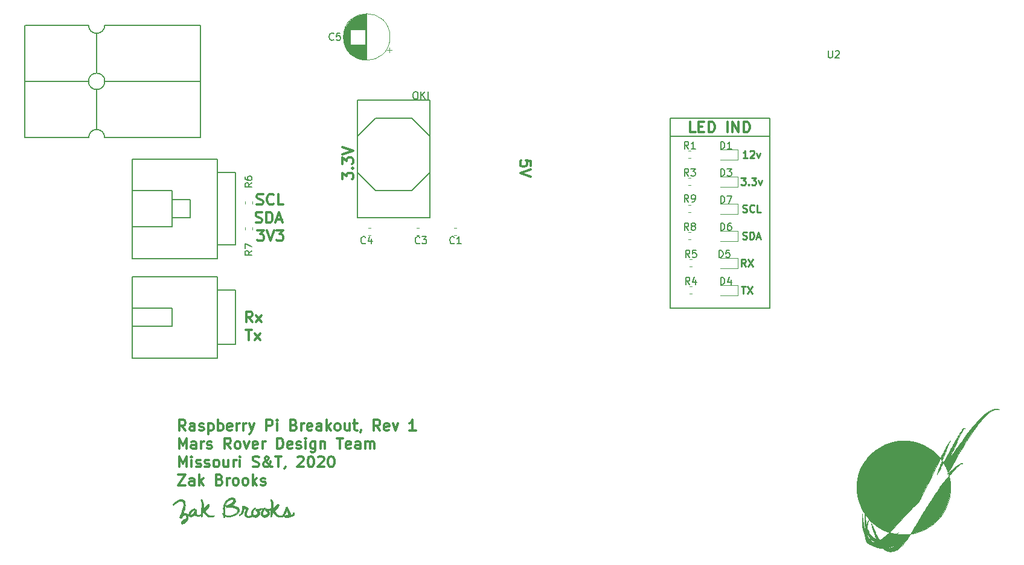
<source format=gbr>
G04 #@! TF.GenerationSoftware,KiCad,Pcbnew,(5.0.0)*
G04 #@! TF.CreationDate,2019-09-27T20:42:56-05:00*
G04 #@! TF.ProjectId,RaspberryPiBreakout_Hardware,5261737062657272795069427265616B,rev?*
G04 #@! TF.SameCoordinates,Original*
G04 #@! TF.FileFunction,Legend,Top*
G04 #@! TF.FilePolarity,Positive*
%FSLAX46Y46*%
G04 Gerber Fmt 4.6, Leading zero omitted, Abs format (unit mm)*
G04 Created by KiCad (PCBNEW (5.0.0)) date 09/27/19 20:42:56*
%MOMM*%
%LPD*%
G01*
G04 APERTURE LIST*
%ADD10C,0.300000*%
%ADD11C,0.200000*%
%ADD12C,0.254000*%
%ADD13C,0.120000*%
%ADD14C,0.150000*%
%ADD15C,0.010000*%
G04 APERTURE END LIST*
D10*
X90725857Y-105858571D02*
X91654428Y-105858571D01*
X91154428Y-106430000D01*
X91368714Y-106430000D01*
X91511571Y-106501428D01*
X91583000Y-106572857D01*
X91654428Y-106715714D01*
X91654428Y-107072857D01*
X91583000Y-107215714D01*
X91511571Y-107287142D01*
X91368714Y-107358571D01*
X90940142Y-107358571D01*
X90797285Y-107287142D01*
X90725857Y-107215714D01*
X92083000Y-105858571D02*
X92583000Y-107358571D01*
X93083000Y-105858571D01*
X93440142Y-105858571D02*
X94368714Y-105858571D01*
X93868714Y-106430000D01*
X94083000Y-106430000D01*
X94225857Y-106501428D01*
X94297285Y-106572857D01*
X94368714Y-106715714D01*
X94368714Y-107072857D01*
X94297285Y-107215714D01*
X94225857Y-107287142D01*
X94083000Y-107358571D01*
X93654428Y-107358571D01*
X93511571Y-107287142D01*
X93440142Y-107215714D01*
X90670285Y-102207142D02*
X90884571Y-102278571D01*
X91241714Y-102278571D01*
X91384571Y-102207142D01*
X91456000Y-102135714D01*
X91527428Y-101992857D01*
X91527428Y-101850000D01*
X91456000Y-101707142D01*
X91384571Y-101635714D01*
X91241714Y-101564285D01*
X90956000Y-101492857D01*
X90813142Y-101421428D01*
X90741714Y-101350000D01*
X90670285Y-101207142D01*
X90670285Y-101064285D01*
X90741714Y-100921428D01*
X90813142Y-100850000D01*
X90956000Y-100778571D01*
X91313142Y-100778571D01*
X91527428Y-100850000D01*
X93027428Y-102135714D02*
X92956000Y-102207142D01*
X92741714Y-102278571D01*
X92598857Y-102278571D01*
X92384571Y-102207142D01*
X92241714Y-102064285D01*
X92170285Y-101921428D01*
X92098857Y-101635714D01*
X92098857Y-101421428D01*
X92170285Y-101135714D01*
X92241714Y-100992857D01*
X92384571Y-100850000D01*
X92598857Y-100778571D01*
X92741714Y-100778571D01*
X92956000Y-100850000D01*
X93027428Y-100921428D01*
X94384571Y-102278571D02*
X93670285Y-102278571D01*
X93670285Y-100778571D01*
X90507571Y-104747142D02*
X90721857Y-104818571D01*
X91079000Y-104818571D01*
X91221857Y-104747142D01*
X91293285Y-104675714D01*
X91364714Y-104532857D01*
X91364714Y-104390000D01*
X91293285Y-104247142D01*
X91221857Y-104175714D01*
X91079000Y-104104285D01*
X90793285Y-104032857D01*
X90650428Y-103961428D01*
X90579000Y-103890000D01*
X90507571Y-103747142D01*
X90507571Y-103604285D01*
X90579000Y-103461428D01*
X90650428Y-103390000D01*
X90793285Y-103318571D01*
X91150428Y-103318571D01*
X91364714Y-103390000D01*
X92007571Y-104818571D02*
X92007571Y-103318571D01*
X92364714Y-103318571D01*
X92579000Y-103390000D01*
X92721857Y-103532857D01*
X92793285Y-103675714D01*
X92864714Y-103961428D01*
X92864714Y-104175714D01*
X92793285Y-104461428D01*
X92721857Y-104604285D01*
X92579000Y-104747142D01*
X92364714Y-104818571D01*
X92007571Y-104818571D01*
X93436142Y-104390000D02*
X94150428Y-104390000D01*
X93293285Y-104818571D02*
X93793285Y-103318571D01*
X94293285Y-104818571D01*
X89134285Y-119828571D02*
X89991428Y-119828571D01*
X89562857Y-121328571D02*
X89562857Y-119828571D01*
X90348571Y-121328571D02*
X91134285Y-120328571D01*
X90348571Y-120328571D02*
X91134285Y-121328571D01*
X90027142Y-118788571D02*
X89527142Y-118074285D01*
X89170000Y-118788571D02*
X89170000Y-117288571D01*
X89741428Y-117288571D01*
X89884285Y-117360000D01*
X89955714Y-117431428D01*
X90027142Y-117574285D01*
X90027142Y-117788571D01*
X89955714Y-117931428D01*
X89884285Y-118002857D01*
X89741428Y-118074285D01*
X89170000Y-118074285D01*
X90527142Y-118788571D02*
X91312857Y-117788571D01*
X90527142Y-117788571D02*
X91312857Y-118788571D01*
D11*
X162560000Y-92710000D02*
X162560000Y-116840000D01*
X148590000Y-92710000D02*
X148590000Y-109855000D01*
X162560000Y-90170000D02*
X162560000Y-92710000D01*
X148590000Y-90170000D02*
X162560000Y-90170000D01*
X148590000Y-92710000D02*
X148590000Y-90170000D01*
D10*
X152146428Y-92118571D02*
X151432142Y-92118571D01*
X151432142Y-90618571D01*
X152646428Y-91332857D02*
X153146428Y-91332857D01*
X153360714Y-92118571D02*
X152646428Y-92118571D01*
X152646428Y-90618571D01*
X153360714Y-90618571D01*
X154003571Y-92118571D02*
X154003571Y-90618571D01*
X154360714Y-90618571D01*
X154575000Y-90690000D01*
X154717857Y-90832857D01*
X154789285Y-90975714D01*
X154860714Y-91261428D01*
X154860714Y-91475714D01*
X154789285Y-91761428D01*
X154717857Y-91904285D01*
X154575000Y-92047142D01*
X154360714Y-92118571D01*
X154003571Y-92118571D01*
X156646428Y-92118571D02*
X156646428Y-90618571D01*
X157360714Y-92118571D02*
X157360714Y-90618571D01*
X158217857Y-92118571D01*
X158217857Y-90618571D01*
X158932142Y-92118571D02*
X158932142Y-90618571D01*
X159289285Y-90618571D01*
X159503571Y-90690000D01*
X159646428Y-90832857D01*
X159717857Y-90975714D01*
X159789285Y-91261428D01*
X159789285Y-91475714D01*
X159717857Y-91761428D01*
X159646428Y-91904285D01*
X159503571Y-92047142D01*
X159289285Y-92118571D01*
X158932142Y-92118571D01*
D11*
X162560000Y-92710000D02*
X148590000Y-92710000D01*
X148590000Y-116840000D02*
X162560000Y-116840000D01*
X148590000Y-109855000D02*
X148590000Y-116840000D01*
D12*
X158610904Y-113743619D02*
X159191476Y-113743619D01*
X158901190Y-114759619D02*
X158901190Y-113743619D01*
X159433380Y-113743619D02*
X160110714Y-114759619D01*
X160110714Y-113743619D02*
X159433380Y-114759619D01*
X159215666Y-110949619D02*
X158877000Y-110465809D01*
X158635095Y-110949619D02*
X158635095Y-109933619D01*
X159022142Y-109933619D01*
X159118904Y-109982000D01*
X159167285Y-110030380D01*
X159215666Y-110127142D01*
X159215666Y-110272285D01*
X159167285Y-110369047D01*
X159118904Y-110417428D01*
X159022142Y-110465809D01*
X158635095Y-110465809D01*
X159554333Y-109933619D02*
X160231666Y-110949619D01*
X160231666Y-109933619D02*
X159554333Y-110949619D01*
X158786285Y-107091238D02*
X158931428Y-107139619D01*
X159173333Y-107139619D01*
X159270095Y-107091238D01*
X159318476Y-107042857D01*
X159366857Y-106946095D01*
X159366857Y-106849333D01*
X159318476Y-106752571D01*
X159270095Y-106704190D01*
X159173333Y-106655809D01*
X158979809Y-106607428D01*
X158883047Y-106559047D01*
X158834666Y-106510666D01*
X158786285Y-106413904D01*
X158786285Y-106317142D01*
X158834666Y-106220380D01*
X158883047Y-106172000D01*
X158979809Y-106123619D01*
X159221714Y-106123619D01*
X159366857Y-106172000D01*
X159802285Y-107139619D02*
X159802285Y-106123619D01*
X160044190Y-106123619D01*
X160189333Y-106172000D01*
X160286095Y-106268761D01*
X160334476Y-106365523D01*
X160382857Y-106559047D01*
X160382857Y-106704190D01*
X160334476Y-106897714D01*
X160286095Y-106994476D01*
X160189333Y-107091238D01*
X160044190Y-107139619D01*
X159802285Y-107139619D01*
X160769904Y-106849333D02*
X161253714Y-106849333D01*
X160673142Y-107139619D02*
X161011809Y-106123619D01*
X161350476Y-107139619D01*
X158810476Y-103281238D02*
X158955619Y-103329619D01*
X159197523Y-103329619D01*
X159294285Y-103281238D01*
X159342666Y-103232857D01*
X159391047Y-103136095D01*
X159391047Y-103039333D01*
X159342666Y-102942571D01*
X159294285Y-102894190D01*
X159197523Y-102845809D01*
X159004000Y-102797428D01*
X158907238Y-102749047D01*
X158858857Y-102700666D01*
X158810476Y-102603904D01*
X158810476Y-102507142D01*
X158858857Y-102410380D01*
X158907238Y-102362000D01*
X159004000Y-102313619D01*
X159245904Y-102313619D01*
X159391047Y-102362000D01*
X160407047Y-103232857D02*
X160358666Y-103281238D01*
X160213523Y-103329619D01*
X160116761Y-103329619D01*
X159971619Y-103281238D01*
X159874857Y-103184476D01*
X159826476Y-103087714D01*
X159778095Y-102894190D01*
X159778095Y-102749047D01*
X159826476Y-102555523D01*
X159874857Y-102458761D01*
X159971619Y-102362000D01*
X160116761Y-102313619D01*
X160213523Y-102313619D01*
X160358666Y-102362000D01*
X160407047Y-102410380D01*
X161326285Y-103329619D02*
X160842476Y-103329619D01*
X160842476Y-102313619D01*
X158568571Y-98503619D02*
X159197523Y-98503619D01*
X158858857Y-98890666D01*
X159004000Y-98890666D01*
X159100761Y-98939047D01*
X159149142Y-98987428D01*
X159197523Y-99084190D01*
X159197523Y-99326095D01*
X159149142Y-99422857D01*
X159100761Y-99471238D01*
X159004000Y-99519619D01*
X158713714Y-99519619D01*
X158616952Y-99471238D01*
X158568571Y-99422857D01*
X159632952Y-99422857D02*
X159681333Y-99471238D01*
X159632952Y-99519619D01*
X159584571Y-99471238D01*
X159632952Y-99422857D01*
X159632952Y-99519619D01*
X160020000Y-98503619D02*
X160648952Y-98503619D01*
X160310285Y-98890666D01*
X160455428Y-98890666D01*
X160552190Y-98939047D01*
X160600571Y-98987428D01*
X160648952Y-99084190D01*
X160648952Y-99326095D01*
X160600571Y-99422857D01*
X160552190Y-99471238D01*
X160455428Y-99519619D01*
X160165142Y-99519619D01*
X160068380Y-99471238D01*
X160020000Y-99422857D01*
X160987619Y-98842285D02*
X161229523Y-99519619D01*
X161471428Y-98842285D01*
X159439428Y-95709619D02*
X158858857Y-95709619D01*
X159149142Y-95709619D02*
X159149142Y-94693619D01*
X159052380Y-94838761D01*
X158955619Y-94935523D01*
X158858857Y-94983904D01*
X159826476Y-94790380D02*
X159874857Y-94742000D01*
X159971619Y-94693619D01*
X160213523Y-94693619D01*
X160310285Y-94742000D01*
X160358666Y-94790380D01*
X160407047Y-94887142D01*
X160407047Y-94983904D01*
X160358666Y-95129047D01*
X159778095Y-95709619D01*
X160407047Y-95709619D01*
X160745714Y-95032285D02*
X160987619Y-95709619D01*
X161229523Y-95032285D01*
D10*
X102683571Y-98734285D02*
X102683571Y-97805714D01*
X103255000Y-98305714D01*
X103255000Y-98091428D01*
X103326428Y-97948571D01*
X103397857Y-97877142D01*
X103540714Y-97805714D01*
X103897857Y-97805714D01*
X104040714Y-97877142D01*
X104112142Y-97948571D01*
X104183571Y-98091428D01*
X104183571Y-98520000D01*
X104112142Y-98662857D01*
X104040714Y-98734285D01*
X104040714Y-97162857D02*
X104112142Y-97091428D01*
X104183571Y-97162857D01*
X104112142Y-97234285D01*
X104040714Y-97162857D01*
X104183571Y-97162857D01*
X102683571Y-96591428D02*
X102683571Y-95662857D01*
X103255000Y-96162857D01*
X103255000Y-95948571D01*
X103326428Y-95805714D01*
X103397857Y-95734285D01*
X103540714Y-95662857D01*
X103897857Y-95662857D01*
X104040714Y-95734285D01*
X104112142Y-95805714D01*
X104183571Y-95948571D01*
X104183571Y-96377142D01*
X104112142Y-96520000D01*
X104040714Y-96591428D01*
X102683571Y-95234285D02*
X104183571Y-94734285D01*
X102683571Y-94234285D01*
X80657285Y-134013571D02*
X80157285Y-133299285D01*
X79800142Y-134013571D02*
X79800142Y-132513571D01*
X80371571Y-132513571D01*
X80514428Y-132585000D01*
X80585857Y-132656428D01*
X80657285Y-132799285D01*
X80657285Y-133013571D01*
X80585857Y-133156428D01*
X80514428Y-133227857D01*
X80371571Y-133299285D01*
X79800142Y-133299285D01*
X81943000Y-134013571D02*
X81943000Y-133227857D01*
X81871571Y-133085000D01*
X81728714Y-133013571D01*
X81443000Y-133013571D01*
X81300142Y-133085000D01*
X81943000Y-133942142D02*
X81800142Y-134013571D01*
X81443000Y-134013571D01*
X81300142Y-133942142D01*
X81228714Y-133799285D01*
X81228714Y-133656428D01*
X81300142Y-133513571D01*
X81443000Y-133442142D01*
X81800142Y-133442142D01*
X81943000Y-133370714D01*
X82585857Y-133942142D02*
X82728714Y-134013571D01*
X83014428Y-134013571D01*
X83157285Y-133942142D01*
X83228714Y-133799285D01*
X83228714Y-133727857D01*
X83157285Y-133585000D01*
X83014428Y-133513571D01*
X82800142Y-133513571D01*
X82657285Y-133442142D01*
X82585857Y-133299285D01*
X82585857Y-133227857D01*
X82657285Y-133085000D01*
X82800142Y-133013571D01*
X83014428Y-133013571D01*
X83157285Y-133085000D01*
X83871571Y-133013571D02*
X83871571Y-134513571D01*
X83871571Y-133085000D02*
X84014428Y-133013571D01*
X84300142Y-133013571D01*
X84443000Y-133085000D01*
X84514428Y-133156428D01*
X84585857Y-133299285D01*
X84585857Y-133727857D01*
X84514428Y-133870714D01*
X84443000Y-133942142D01*
X84300142Y-134013571D01*
X84014428Y-134013571D01*
X83871571Y-133942142D01*
X85228714Y-134013571D02*
X85228714Y-132513571D01*
X85228714Y-133085000D02*
X85371571Y-133013571D01*
X85657285Y-133013571D01*
X85800142Y-133085000D01*
X85871571Y-133156428D01*
X85943000Y-133299285D01*
X85943000Y-133727857D01*
X85871571Y-133870714D01*
X85800142Y-133942142D01*
X85657285Y-134013571D01*
X85371571Y-134013571D01*
X85228714Y-133942142D01*
X87157285Y-133942142D02*
X87014428Y-134013571D01*
X86728714Y-134013571D01*
X86585857Y-133942142D01*
X86514428Y-133799285D01*
X86514428Y-133227857D01*
X86585857Y-133085000D01*
X86728714Y-133013571D01*
X87014428Y-133013571D01*
X87157285Y-133085000D01*
X87228714Y-133227857D01*
X87228714Y-133370714D01*
X86514428Y-133513571D01*
X87871571Y-134013571D02*
X87871571Y-133013571D01*
X87871571Y-133299285D02*
X87943000Y-133156428D01*
X88014428Y-133085000D01*
X88157285Y-133013571D01*
X88300142Y-133013571D01*
X88800142Y-134013571D02*
X88800142Y-133013571D01*
X88800142Y-133299285D02*
X88871571Y-133156428D01*
X88943000Y-133085000D01*
X89085857Y-133013571D01*
X89228714Y-133013571D01*
X89585857Y-133013571D02*
X89943000Y-134013571D01*
X90300142Y-133013571D02*
X89943000Y-134013571D01*
X89800142Y-134370714D01*
X89728714Y-134442142D01*
X89585857Y-134513571D01*
X92014428Y-134013571D02*
X92014428Y-132513571D01*
X92585857Y-132513571D01*
X92728714Y-132585000D01*
X92800142Y-132656428D01*
X92871571Y-132799285D01*
X92871571Y-133013571D01*
X92800142Y-133156428D01*
X92728714Y-133227857D01*
X92585857Y-133299285D01*
X92014428Y-133299285D01*
X93514428Y-134013571D02*
X93514428Y-133013571D01*
X93514428Y-132513571D02*
X93443000Y-132585000D01*
X93514428Y-132656428D01*
X93585857Y-132585000D01*
X93514428Y-132513571D01*
X93514428Y-132656428D01*
X95871571Y-133227857D02*
X96085857Y-133299285D01*
X96157285Y-133370714D01*
X96228714Y-133513571D01*
X96228714Y-133727857D01*
X96157285Y-133870714D01*
X96085857Y-133942142D01*
X95943000Y-134013571D01*
X95371571Y-134013571D01*
X95371571Y-132513571D01*
X95871571Y-132513571D01*
X96014428Y-132585000D01*
X96085857Y-132656428D01*
X96157285Y-132799285D01*
X96157285Y-132942142D01*
X96085857Y-133085000D01*
X96014428Y-133156428D01*
X95871571Y-133227857D01*
X95371571Y-133227857D01*
X96871571Y-134013571D02*
X96871571Y-133013571D01*
X96871571Y-133299285D02*
X96943000Y-133156428D01*
X97014428Y-133085000D01*
X97157285Y-133013571D01*
X97300142Y-133013571D01*
X98371571Y-133942142D02*
X98228714Y-134013571D01*
X97943000Y-134013571D01*
X97800142Y-133942142D01*
X97728714Y-133799285D01*
X97728714Y-133227857D01*
X97800142Y-133085000D01*
X97943000Y-133013571D01*
X98228714Y-133013571D01*
X98371571Y-133085000D01*
X98443000Y-133227857D01*
X98443000Y-133370714D01*
X97728714Y-133513571D01*
X99728714Y-134013571D02*
X99728714Y-133227857D01*
X99657285Y-133085000D01*
X99514428Y-133013571D01*
X99228714Y-133013571D01*
X99085857Y-133085000D01*
X99728714Y-133942142D02*
X99585857Y-134013571D01*
X99228714Y-134013571D01*
X99085857Y-133942142D01*
X99014428Y-133799285D01*
X99014428Y-133656428D01*
X99085857Y-133513571D01*
X99228714Y-133442142D01*
X99585857Y-133442142D01*
X99728714Y-133370714D01*
X100443000Y-134013571D02*
X100443000Y-132513571D01*
X100585857Y-133442142D02*
X101014428Y-134013571D01*
X101014428Y-133013571D02*
X100443000Y-133585000D01*
X101871571Y-134013571D02*
X101728714Y-133942142D01*
X101657285Y-133870714D01*
X101585857Y-133727857D01*
X101585857Y-133299285D01*
X101657285Y-133156428D01*
X101728714Y-133085000D01*
X101871571Y-133013571D01*
X102085857Y-133013571D01*
X102228714Y-133085000D01*
X102300142Y-133156428D01*
X102371571Y-133299285D01*
X102371571Y-133727857D01*
X102300142Y-133870714D01*
X102228714Y-133942142D01*
X102085857Y-134013571D01*
X101871571Y-134013571D01*
X103657285Y-133013571D02*
X103657285Y-134013571D01*
X103014428Y-133013571D02*
X103014428Y-133799285D01*
X103085857Y-133942142D01*
X103228714Y-134013571D01*
X103443000Y-134013571D01*
X103585857Y-133942142D01*
X103657285Y-133870714D01*
X104157285Y-133013571D02*
X104728714Y-133013571D01*
X104371571Y-132513571D02*
X104371571Y-133799285D01*
X104443000Y-133942142D01*
X104585857Y-134013571D01*
X104728714Y-134013571D01*
X105300142Y-133942142D02*
X105300142Y-134013571D01*
X105228714Y-134156428D01*
X105157285Y-134227857D01*
X107943000Y-134013571D02*
X107443000Y-133299285D01*
X107085857Y-134013571D02*
X107085857Y-132513571D01*
X107657285Y-132513571D01*
X107800142Y-132585000D01*
X107871571Y-132656428D01*
X107943000Y-132799285D01*
X107943000Y-133013571D01*
X107871571Y-133156428D01*
X107800142Y-133227857D01*
X107657285Y-133299285D01*
X107085857Y-133299285D01*
X109157285Y-133942142D02*
X109014428Y-134013571D01*
X108728714Y-134013571D01*
X108585857Y-133942142D01*
X108514428Y-133799285D01*
X108514428Y-133227857D01*
X108585857Y-133085000D01*
X108728714Y-133013571D01*
X109014428Y-133013571D01*
X109157285Y-133085000D01*
X109228714Y-133227857D01*
X109228714Y-133370714D01*
X108514428Y-133513571D01*
X109728714Y-133013571D02*
X110085857Y-134013571D01*
X110443000Y-133013571D01*
X112943000Y-134013571D02*
X112085857Y-134013571D01*
X112514428Y-134013571D02*
X112514428Y-132513571D01*
X112371571Y-132727857D01*
X112228714Y-132870714D01*
X112085857Y-132942142D01*
X79800142Y-136563571D02*
X79800142Y-135063571D01*
X80300142Y-136135000D01*
X80800142Y-135063571D01*
X80800142Y-136563571D01*
X82157285Y-136563571D02*
X82157285Y-135777857D01*
X82085857Y-135635000D01*
X81943000Y-135563571D01*
X81657285Y-135563571D01*
X81514428Y-135635000D01*
X82157285Y-136492142D02*
X82014428Y-136563571D01*
X81657285Y-136563571D01*
X81514428Y-136492142D01*
X81443000Y-136349285D01*
X81443000Y-136206428D01*
X81514428Y-136063571D01*
X81657285Y-135992142D01*
X82014428Y-135992142D01*
X82157285Y-135920714D01*
X82871571Y-136563571D02*
X82871571Y-135563571D01*
X82871571Y-135849285D02*
X82943000Y-135706428D01*
X83014428Y-135635000D01*
X83157285Y-135563571D01*
X83300142Y-135563571D01*
X83728714Y-136492142D02*
X83871571Y-136563571D01*
X84157285Y-136563571D01*
X84300142Y-136492142D01*
X84371571Y-136349285D01*
X84371571Y-136277857D01*
X84300142Y-136135000D01*
X84157285Y-136063571D01*
X83943000Y-136063571D01*
X83800142Y-135992142D01*
X83728714Y-135849285D01*
X83728714Y-135777857D01*
X83800142Y-135635000D01*
X83943000Y-135563571D01*
X84157285Y-135563571D01*
X84300142Y-135635000D01*
X87014428Y-136563571D02*
X86514428Y-135849285D01*
X86157285Y-136563571D02*
X86157285Y-135063571D01*
X86728714Y-135063571D01*
X86871571Y-135135000D01*
X86943000Y-135206428D01*
X87014428Y-135349285D01*
X87014428Y-135563571D01*
X86943000Y-135706428D01*
X86871571Y-135777857D01*
X86728714Y-135849285D01*
X86157285Y-135849285D01*
X87871571Y-136563571D02*
X87728714Y-136492142D01*
X87657285Y-136420714D01*
X87585857Y-136277857D01*
X87585857Y-135849285D01*
X87657285Y-135706428D01*
X87728714Y-135635000D01*
X87871571Y-135563571D01*
X88085857Y-135563571D01*
X88228714Y-135635000D01*
X88300142Y-135706428D01*
X88371571Y-135849285D01*
X88371571Y-136277857D01*
X88300142Y-136420714D01*
X88228714Y-136492142D01*
X88085857Y-136563571D01*
X87871571Y-136563571D01*
X88871571Y-135563571D02*
X89228714Y-136563571D01*
X89585857Y-135563571D01*
X90728714Y-136492142D02*
X90585857Y-136563571D01*
X90300142Y-136563571D01*
X90157285Y-136492142D01*
X90085857Y-136349285D01*
X90085857Y-135777857D01*
X90157285Y-135635000D01*
X90300142Y-135563571D01*
X90585857Y-135563571D01*
X90728714Y-135635000D01*
X90800142Y-135777857D01*
X90800142Y-135920714D01*
X90085857Y-136063571D01*
X91443000Y-136563571D02*
X91443000Y-135563571D01*
X91443000Y-135849285D02*
X91514428Y-135706428D01*
X91585857Y-135635000D01*
X91728714Y-135563571D01*
X91871571Y-135563571D01*
X93514428Y-136563571D02*
X93514428Y-135063571D01*
X93871571Y-135063571D01*
X94085857Y-135135000D01*
X94228714Y-135277857D01*
X94300142Y-135420714D01*
X94371571Y-135706428D01*
X94371571Y-135920714D01*
X94300142Y-136206428D01*
X94228714Y-136349285D01*
X94085857Y-136492142D01*
X93871571Y-136563571D01*
X93514428Y-136563571D01*
X95585857Y-136492142D02*
X95443000Y-136563571D01*
X95157285Y-136563571D01*
X95014428Y-136492142D01*
X94943000Y-136349285D01*
X94943000Y-135777857D01*
X95014428Y-135635000D01*
X95157285Y-135563571D01*
X95443000Y-135563571D01*
X95585857Y-135635000D01*
X95657285Y-135777857D01*
X95657285Y-135920714D01*
X94943000Y-136063571D01*
X96228714Y-136492142D02*
X96371571Y-136563571D01*
X96657285Y-136563571D01*
X96800142Y-136492142D01*
X96871571Y-136349285D01*
X96871571Y-136277857D01*
X96800142Y-136135000D01*
X96657285Y-136063571D01*
X96443000Y-136063571D01*
X96300142Y-135992142D01*
X96228714Y-135849285D01*
X96228714Y-135777857D01*
X96300142Y-135635000D01*
X96443000Y-135563571D01*
X96657285Y-135563571D01*
X96800142Y-135635000D01*
X97514428Y-136563571D02*
X97514428Y-135563571D01*
X97514428Y-135063571D02*
X97443000Y-135135000D01*
X97514428Y-135206428D01*
X97585857Y-135135000D01*
X97514428Y-135063571D01*
X97514428Y-135206428D01*
X98871571Y-135563571D02*
X98871571Y-136777857D01*
X98800142Y-136920714D01*
X98728714Y-136992142D01*
X98585857Y-137063571D01*
X98371571Y-137063571D01*
X98228714Y-136992142D01*
X98871571Y-136492142D02*
X98728714Y-136563571D01*
X98443000Y-136563571D01*
X98300142Y-136492142D01*
X98228714Y-136420714D01*
X98157285Y-136277857D01*
X98157285Y-135849285D01*
X98228714Y-135706428D01*
X98300142Y-135635000D01*
X98443000Y-135563571D01*
X98728714Y-135563571D01*
X98871571Y-135635000D01*
X99585857Y-135563571D02*
X99585857Y-136563571D01*
X99585857Y-135706428D02*
X99657285Y-135635000D01*
X99800142Y-135563571D01*
X100014428Y-135563571D01*
X100157285Y-135635000D01*
X100228714Y-135777857D01*
X100228714Y-136563571D01*
X101871571Y-135063571D02*
X102728714Y-135063571D01*
X102300142Y-136563571D02*
X102300142Y-135063571D01*
X103800142Y-136492142D02*
X103657285Y-136563571D01*
X103371571Y-136563571D01*
X103228714Y-136492142D01*
X103157285Y-136349285D01*
X103157285Y-135777857D01*
X103228714Y-135635000D01*
X103371571Y-135563571D01*
X103657285Y-135563571D01*
X103800142Y-135635000D01*
X103871571Y-135777857D01*
X103871571Y-135920714D01*
X103157285Y-136063571D01*
X105157285Y-136563571D02*
X105157285Y-135777857D01*
X105085857Y-135635000D01*
X104943000Y-135563571D01*
X104657285Y-135563571D01*
X104514428Y-135635000D01*
X105157285Y-136492142D02*
X105014428Y-136563571D01*
X104657285Y-136563571D01*
X104514428Y-136492142D01*
X104443000Y-136349285D01*
X104443000Y-136206428D01*
X104514428Y-136063571D01*
X104657285Y-135992142D01*
X105014428Y-135992142D01*
X105157285Y-135920714D01*
X105871571Y-136563571D02*
X105871571Y-135563571D01*
X105871571Y-135706428D02*
X105943000Y-135635000D01*
X106085857Y-135563571D01*
X106300142Y-135563571D01*
X106443000Y-135635000D01*
X106514428Y-135777857D01*
X106514428Y-136563571D01*
X106514428Y-135777857D02*
X106585857Y-135635000D01*
X106728714Y-135563571D01*
X106943000Y-135563571D01*
X107085857Y-135635000D01*
X107157285Y-135777857D01*
X107157285Y-136563571D01*
X79800142Y-139113571D02*
X79800142Y-137613571D01*
X80300142Y-138685000D01*
X80800142Y-137613571D01*
X80800142Y-139113571D01*
X81514428Y-139113571D02*
X81514428Y-138113571D01*
X81514428Y-137613571D02*
X81443000Y-137685000D01*
X81514428Y-137756428D01*
X81585857Y-137685000D01*
X81514428Y-137613571D01*
X81514428Y-137756428D01*
X82157285Y-139042142D02*
X82300142Y-139113571D01*
X82585857Y-139113571D01*
X82728714Y-139042142D01*
X82800142Y-138899285D01*
X82800142Y-138827857D01*
X82728714Y-138685000D01*
X82585857Y-138613571D01*
X82371571Y-138613571D01*
X82228714Y-138542142D01*
X82157285Y-138399285D01*
X82157285Y-138327857D01*
X82228714Y-138185000D01*
X82371571Y-138113571D01*
X82585857Y-138113571D01*
X82728714Y-138185000D01*
X83371571Y-139042142D02*
X83514428Y-139113571D01*
X83800142Y-139113571D01*
X83943000Y-139042142D01*
X84014428Y-138899285D01*
X84014428Y-138827857D01*
X83943000Y-138685000D01*
X83800142Y-138613571D01*
X83585857Y-138613571D01*
X83443000Y-138542142D01*
X83371571Y-138399285D01*
X83371571Y-138327857D01*
X83443000Y-138185000D01*
X83585857Y-138113571D01*
X83800142Y-138113571D01*
X83943000Y-138185000D01*
X84871571Y-139113571D02*
X84728714Y-139042142D01*
X84657285Y-138970714D01*
X84585857Y-138827857D01*
X84585857Y-138399285D01*
X84657285Y-138256428D01*
X84728714Y-138185000D01*
X84871571Y-138113571D01*
X85085857Y-138113571D01*
X85228714Y-138185000D01*
X85300142Y-138256428D01*
X85371571Y-138399285D01*
X85371571Y-138827857D01*
X85300142Y-138970714D01*
X85228714Y-139042142D01*
X85085857Y-139113571D01*
X84871571Y-139113571D01*
X86657285Y-138113571D02*
X86657285Y-139113571D01*
X86014428Y-138113571D02*
X86014428Y-138899285D01*
X86085857Y-139042142D01*
X86228714Y-139113571D01*
X86443000Y-139113571D01*
X86585857Y-139042142D01*
X86657285Y-138970714D01*
X87371571Y-139113571D02*
X87371571Y-138113571D01*
X87371571Y-138399285D02*
X87443000Y-138256428D01*
X87514428Y-138185000D01*
X87657285Y-138113571D01*
X87800142Y-138113571D01*
X88300142Y-139113571D02*
X88300142Y-138113571D01*
X88300142Y-137613571D02*
X88228714Y-137685000D01*
X88300142Y-137756428D01*
X88371571Y-137685000D01*
X88300142Y-137613571D01*
X88300142Y-137756428D01*
X90085857Y-139042142D02*
X90300142Y-139113571D01*
X90657285Y-139113571D01*
X90800142Y-139042142D01*
X90871571Y-138970714D01*
X90943000Y-138827857D01*
X90943000Y-138685000D01*
X90871571Y-138542142D01*
X90800142Y-138470714D01*
X90657285Y-138399285D01*
X90371571Y-138327857D01*
X90228714Y-138256428D01*
X90157285Y-138185000D01*
X90085857Y-138042142D01*
X90085857Y-137899285D01*
X90157285Y-137756428D01*
X90228714Y-137685000D01*
X90371571Y-137613571D01*
X90728714Y-137613571D01*
X90943000Y-137685000D01*
X92800142Y-139113571D02*
X92728714Y-139113571D01*
X92585857Y-139042142D01*
X92371571Y-138827857D01*
X92014428Y-138399285D01*
X91871571Y-138185000D01*
X91800142Y-137970714D01*
X91800142Y-137827857D01*
X91871571Y-137685000D01*
X92014428Y-137613571D01*
X92085857Y-137613571D01*
X92228714Y-137685000D01*
X92300142Y-137827857D01*
X92300142Y-137899285D01*
X92228714Y-138042142D01*
X92157285Y-138113571D01*
X91728714Y-138399285D01*
X91657285Y-138470714D01*
X91585857Y-138613571D01*
X91585857Y-138827857D01*
X91657285Y-138970714D01*
X91728714Y-139042142D01*
X91871571Y-139113571D01*
X92085857Y-139113571D01*
X92228714Y-139042142D01*
X92300142Y-138970714D01*
X92514428Y-138685000D01*
X92585857Y-138470714D01*
X92585857Y-138327857D01*
X93228714Y-137613571D02*
X94085857Y-137613571D01*
X93657285Y-139113571D02*
X93657285Y-137613571D01*
X94657285Y-139042142D02*
X94657285Y-139113571D01*
X94585857Y-139256428D01*
X94514428Y-139327857D01*
X96371571Y-137756428D02*
X96443000Y-137685000D01*
X96585857Y-137613571D01*
X96943000Y-137613571D01*
X97085857Y-137685000D01*
X97157285Y-137756428D01*
X97228714Y-137899285D01*
X97228714Y-138042142D01*
X97157285Y-138256428D01*
X96300142Y-139113571D01*
X97228714Y-139113571D01*
X98157285Y-137613571D02*
X98300142Y-137613571D01*
X98443000Y-137685000D01*
X98514428Y-137756428D01*
X98585857Y-137899285D01*
X98657285Y-138185000D01*
X98657285Y-138542142D01*
X98585857Y-138827857D01*
X98514428Y-138970714D01*
X98443000Y-139042142D01*
X98300142Y-139113571D01*
X98157285Y-139113571D01*
X98014428Y-139042142D01*
X97943000Y-138970714D01*
X97871571Y-138827857D01*
X97800142Y-138542142D01*
X97800142Y-138185000D01*
X97871571Y-137899285D01*
X97943000Y-137756428D01*
X98014428Y-137685000D01*
X98157285Y-137613571D01*
X99228714Y-137756428D02*
X99300142Y-137685000D01*
X99443000Y-137613571D01*
X99800142Y-137613571D01*
X99943000Y-137685000D01*
X100014428Y-137756428D01*
X100085857Y-137899285D01*
X100085857Y-138042142D01*
X100014428Y-138256428D01*
X99157285Y-139113571D01*
X100085857Y-139113571D01*
X101014428Y-137613571D02*
X101157285Y-137613571D01*
X101300142Y-137685000D01*
X101371571Y-137756428D01*
X101443000Y-137899285D01*
X101514428Y-138185000D01*
X101514428Y-138542142D01*
X101443000Y-138827857D01*
X101371571Y-138970714D01*
X101300142Y-139042142D01*
X101157285Y-139113571D01*
X101014428Y-139113571D01*
X100871571Y-139042142D01*
X100800142Y-138970714D01*
X100728714Y-138827857D01*
X100657285Y-138542142D01*
X100657285Y-138185000D01*
X100728714Y-137899285D01*
X100800142Y-137756428D01*
X100871571Y-137685000D01*
X101014428Y-137613571D01*
X79657285Y-140163571D02*
X80657285Y-140163571D01*
X79657285Y-141663571D01*
X80657285Y-141663571D01*
X81871571Y-141663571D02*
X81871571Y-140877857D01*
X81800142Y-140735000D01*
X81657285Y-140663571D01*
X81371571Y-140663571D01*
X81228714Y-140735000D01*
X81871571Y-141592142D02*
X81728714Y-141663571D01*
X81371571Y-141663571D01*
X81228714Y-141592142D01*
X81157285Y-141449285D01*
X81157285Y-141306428D01*
X81228714Y-141163571D01*
X81371571Y-141092142D01*
X81728714Y-141092142D01*
X81871571Y-141020714D01*
X82585857Y-141663571D02*
X82585857Y-140163571D01*
X82728714Y-141092142D02*
X83157285Y-141663571D01*
X83157285Y-140663571D02*
X82585857Y-141235000D01*
X85443000Y-140877857D02*
X85657285Y-140949285D01*
X85728714Y-141020714D01*
X85800142Y-141163571D01*
X85800142Y-141377857D01*
X85728714Y-141520714D01*
X85657285Y-141592142D01*
X85514428Y-141663571D01*
X84943000Y-141663571D01*
X84943000Y-140163571D01*
X85443000Y-140163571D01*
X85585857Y-140235000D01*
X85657285Y-140306428D01*
X85728714Y-140449285D01*
X85728714Y-140592142D01*
X85657285Y-140735000D01*
X85585857Y-140806428D01*
X85443000Y-140877857D01*
X84943000Y-140877857D01*
X86443000Y-141663571D02*
X86443000Y-140663571D01*
X86443000Y-140949285D02*
X86514428Y-140806428D01*
X86585857Y-140735000D01*
X86728714Y-140663571D01*
X86871571Y-140663571D01*
X87585857Y-141663571D02*
X87443000Y-141592142D01*
X87371571Y-141520714D01*
X87300142Y-141377857D01*
X87300142Y-140949285D01*
X87371571Y-140806428D01*
X87443000Y-140735000D01*
X87585857Y-140663571D01*
X87800142Y-140663571D01*
X87943000Y-140735000D01*
X88014428Y-140806428D01*
X88085857Y-140949285D01*
X88085857Y-141377857D01*
X88014428Y-141520714D01*
X87943000Y-141592142D01*
X87800142Y-141663571D01*
X87585857Y-141663571D01*
X88943000Y-141663571D02*
X88800142Y-141592142D01*
X88728714Y-141520714D01*
X88657285Y-141377857D01*
X88657285Y-140949285D01*
X88728714Y-140806428D01*
X88800142Y-140735000D01*
X88943000Y-140663571D01*
X89157285Y-140663571D01*
X89300142Y-140735000D01*
X89371571Y-140806428D01*
X89443000Y-140949285D01*
X89443000Y-141377857D01*
X89371571Y-141520714D01*
X89300142Y-141592142D01*
X89157285Y-141663571D01*
X88943000Y-141663571D01*
X90085857Y-141663571D02*
X90085857Y-140163571D01*
X90228714Y-141092142D02*
X90657285Y-141663571D01*
X90657285Y-140663571D02*
X90085857Y-141235000D01*
X91228714Y-141592142D02*
X91371571Y-141663571D01*
X91657285Y-141663571D01*
X91800142Y-141592142D01*
X91871571Y-141449285D01*
X91871571Y-141377857D01*
X91800142Y-141235000D01*
X91657285Y-141163571D01*
X91443000Y-141163571D01*
X91300142Y-141092142D01*
X91228714Y-140949285D01*
X91228714Y-140877857D01*
X91300142Y-140735000D01*
X91443000Y-140663571D01*
X91657285Y-140663571D01*
X91800142Y-140735000D01*
X129091428Y-96869285D02*
X129091428Y-96155000D01*
X128377142Y-96083571D01*
X128448571Y-96155000D01*
X128520000Y-96297857D01*
X128520000Y-96655000D01*
X128448571Y-96797857D01*
X128377142Y-96869285D01*
X128234285Y-96940714D01*
X127877142Y-96940714D01*
X127734285Y-96869285D01*
X127662857Y-96797857D01*
X127591428Y-96655000D01*
X127591428Y-96297857D01*
X127662857Y-96155000D01*
X127734285Y-96083571D01*
X129091428Y-97369285D02*
X127591428Y-97869285D01*
X129091428Y-98369285D01*
D13*
G04 #@! TO.C,C1*
X118676267Y-105535000D02*
X118333733Y-105535000D01*
X118676267Y-106555000D02*
X118333733Y-106555000D01*
D14*
G04 #@! TO.C,Conn1*
X70485000Y-77089000D02*
X82778600Y-77089000D01*
X58166000Y-77089000D02*
X65913000Y-77089000D01*
X65913000Y-92837000D02*
X58166000Y-92837000D01*
X70485000Y-92837000D02*
X82778600Y-92837000D01*
X69342000Y-84963000D02*
G75*
G03X69342000Y-84963000I-1143000J0D01*
G01*
X68199000Y-82677000D02*
X68199000Y-79400400D01*
X70485000Y-84963000D02*
X82778600Y-84963000D01*
X68199000Y-87249000D02*
X68199000Y-90551000D01*
X70485000Y-84963000D02*
X69342000Y-84963000D01*
X68199000Y-82677000D02*
X68199000Y-83820000D01*
X58166000Y-84937600D02*
X67056000Y-84937600D01*
X68199000Y-87249000D02*
X68199000Y-86106000D01*
X68199000Y-78232000D02*
X68199000Y-79400400D01*
X70459600Y-77089000D02*
X69367400Y-77089000D01*
X65887600Y-92837000D02*
X67056000Y-92837000D01*
X68199000Y-90525600D02*
X68199000Y-91694000D01*
X70510400Y-92837000D02*
X69316600Y-92837000D01*
X67056000Y-77089000D02*
G75*
G03X68199000Y-78232000I1143000J0D01*
G01*
X68199000Y-78232000D02*
G75*
G03X69342000Y-77089000I0J1143000D01*
G01*
X67056000Y-77089000D02*
X65836800Y-77089000D01*
X82778600Y-77089000D02*
X82778600Y-92837000D01*
X58140600Y-77089000D02*
X58140600Y-92837000D01*
X68199000Y-91719400D02*
G75*
G03X67081400Y-92837000I0J-1117600D01*
G01*
X69316600Y-92837000D02*
G75*
G03X68199000Y-91719400I-1117600J0D01*
G01*
D13*
G04 #@! TO.C,C3*
X113098733Y-106555000D02*
X113441267Y-106555000D01*
X113098733Y-105535000D02*
X113441267Y-105535000D01*
G04 #@! TO.C,C4*
X106611267Y-106555000D02*
X106268733Y-106555000D01*
X106611267Y-105535000D02*
X106268733Y-105535000D01*
D14*
G04 #@! TO.C,Conn2*
X78740000Y-116840000D02*
X78740000Y-119380000D01*
X73152000Y-112395000D02*
X73152000Y-123825000D01*
X85090000Y-112395000D02*
X85090000Y-121920000D01*
X87630000Y-114300000D02*
X87630000Y-121920000D01*
X73152000Y-116840000D02*
X78740000Y-116840000D01*
X85090000Y-112395000D02*
X73152000Y-112395000D01*
X73152000Y-119380000D02*
X73660000Y-119380000D01*
X85090000Y-123825000D02*
X73152000Y-123825000D01*
X85090000Y-121920000D02*
X85090000Y-123825000D01*
X77470000Y-119380000D02*
X78740000Y-119380000D01*
X77470000Y-119380000D02*
X73660000Y-119380000D01*
X85090000Y-114300000D02*
X87630000Y-114300000D01*
X87630000Y-121920000D02*
X85090000Y-121920000D01*
G04 #@! TO.C,Conn3*
X73152000Y-109855000D02*
X73152000Y-95885000D01*
X78740000Y-105410000D02*
X78740000Y-100330000D01*
X78740000Y-101600000D02*
X81280000Y-101600000D01*
X81280000Y-101600000D02*
X81280000Y-104140000D01*
X73152000Y-100330000D02*
X78740000Y-100330000D01*
X85090000Y-95885000D02*
X73152000Y-95885000D01*
X87630000Y-97790000D02*
X87630000Y-107950000D01*
X73152000Y-105410000D02*
X73660000Y-105410000D01*
X85090000Y-109855000D02*
X73152000Y-109855000D01*
X85090000Y-107950000D02*
X85090000Y-109855000D01*
X77470000Y-105410000D02*
X78740000Y-105410000D01*
X77470000Y-105410000D02*
X73660000Y-105410000D01*
X78740000Y-104140000D02*
X81280000Y-104140000D01*
X85090000Y-107950000D02*
X85090000Y-95885000D01*
X85090000Y-97790000D02*
X87630000Y-97790000D01*
X87630000Y-107950000D02*
X85090000Y-107950000D01*
G04 #@! TO.C,U3*
X114935000Y-87630000D02*
X114935000Y-104140000D01*
X104775000Y-104140000D02*
X104775000Y-87630000D01*
X114935000Y-104140000D02*
X104775000Y-104140000D01*
X114935000Y-87630000D02*
X104775000Y-87630000D01*
X112395000Y-100330000D02*
X107315000Y-100330000D01*
X114935000Y-97790000D02*
X112395000Y-100330000D01*
X114935000Y-92710000D02*
X114935000Y-97790000D01*
X112395000Y-90170000D02*
X114935000Y-92710000D01*
X107315000Y-90170000D02*
X112395000Y-90170000D01*
X104775000Y-92710000D02*
X107315000Y-90170000D01*
X104775000Y-97790000D02*
X104775000Y-92710000D01*
X107315000Y-100330000D02*
X104775000Y-97790000D01*
D13*
G04 #@! TO.C,D1*
X155650000Y-95985000D02*
X158110000Y-95985000D01*
X158110000Y-95985000D02*
X158110000Y-94515000D01*
X158110000Y-94515000D02*
X155650000Y-94515000D01*
G04 #@! TO.C,D3*
X155650000Y-99795000D02*
X158110000Y-99795000D01*
X158110000Y-99795000D02*
X158110000Y-98325000D01*
X158110000Y-98325000D02*
X155650000Y-98325000D01*
G04 #@! TO.C,D4*
X158110000Y-113565000D02*
X155650000Y-113565000D01*
X158110000Y-115035000D02*
X158110000Y-113565000D01*
X155650000Y-115035000D02*
X158110000Y-115035000D01*
G04 #@! TO.C,D5*
X155650000Y-111225000D02*
X158110000Y-111225000D01*
X158110000Y-111225000D02*
X158110000Y-109755000D01*
X158110000Y-109755000D02*
X155650000Y-109755000D01*
G04 #@! TO.C,R1*
X151198733Y-94740000D02*
X151541267Y-94740000D01*
X151198733Y-95760000D02*
X151541267Y-95760000D01*
G04 #@! TO.C,R3*
X151198733Y-98550000D02*
X151541267Y-98550000D01*
X151198733Y-99570000D02*
X151541267Y-99570000D01*
G04 #@! TO.C,R4*
X151353733Y-114810000D02*
X151696267Y-114810000D01*
X151353733Y-113790000D02*
X151696267Y-113790000D01*
G04 #@! TO.C,R5*
X151353733Y-109980000D02*
X151696267Y-109980000D01*
X151353733Y-111000000D02*
X151696267Y-111000000D01*
G04 #@! TO.C,C5*
X109250241Y-80894000D02*
X109250241Y-80264000D01*
X109565241Y-80579000D02*
X108935241Y-80579000D01*
X102824000Y-79142000D02*
X102824000Y-78338000D01*
X102864000Y-79373000D02*
X102864000Y-78107000D01*
X102904000Y-79542000D02*
X102904000Y-77938000D01*
X102944000Y-79680000D02*
X102944000Y-77800000D01*
X102984000Y-79799000D02*
X102984000Y-77681000D01*
X103024000Y-79905000D02*
X103024000Y-77575000D01*
X103064000Y-80002000D02*
X103064000Y-77478000D01*
X103104000Y-80090000D02*
X103104000Y-77390000D01*
X103144000Y-80172000D02*
X103144000Y-77308000D01*
X103184000Y-80249000D02*
X103184000Y-77231000D01*
X103224000Y-80321000D02*
X103224000Y-77159000D01*
X103264000Y-80390000D02*
X103264000Y-77090000D01*
X103304000Y-80454000D02*
X103304000Y-77026000D01*
X103344000Y-80516000D02*
X103344000Y-76964000D01*
X103384000Y-80574000D02*
X103384000Y-76906000D01*
X103424000Y-80630000D02*
X103424000Y-76850000D01*
X103464000Y-80684000D02*
X103464000Y-76796000D01*
X103504000Y-80735000D02*
X103504000Y-76745000D01*
X103544000Y-80784000D02*
X103544000Y-76696000D01*
X103584000Y-80832000D02*
X103584000Y-76648000D01*
X103624000Y-80877000D02*
X103624000Y-76603000D01*
X103664000Y-80922000D02*
X103664000Y-76558000D01*
X103704000Y-80964000D02*
X103704000Y-76516000D01*
X103744000Y-81005000D02*
X103744000Y-76475000D01*
X103784000Y-77700000D02*
X103784000Y-76435000D01*
X103784000Y-81045000D02*
X103784000Y-79780000D01*
X103824000Y-77700000D02*
X103824000Y-76397000D01*
X103824000Y-81083000D02*
X103824000Y-79780000D01*
X103864000Y-77700000D02*
X103864000Y-76360000D01*
X103864000Y-81120000D02*
X103864000Y-79780000D01*
X103904000Y-77700000D02*
X103904000Y-76324000D01*
X103904000Y-81156000D02*
X103904000Y-79780000D01*
X103944000Y-77700000D02*
X103944000Y-76290000D01*
X103944000Y-81190000D02*
X103944000Y-79780000D01*
X103984000Y-77700000D02*
X103984000Y-76256000D01*
X103984000Y-81224000D02*
X103984000Y-79780000D01*
X104024000Y-77700000D02*
X104024000Y-76224000D01*
X104024000Y-81256000D02*
X104024000Y-79780000D01*
X104064000Y-77700000D02*
X104064000Y-76192000D01*
X104064000Y-81288000D02*
X104064000Y-79780000D01*
X104104000Y-77700000D02*
X104104000Y-76162000D01*
X104104000Y-81318000D02*
X104104000Y-79780000D01*
X104144000Y-77700000D02*
X104144000Y-76133000D01*
X104144000Y-81347000D02*
X104144000Y-79780000D01*
X104184000Y-77700000D02*
X104184000Y-76104000D01*
X104184000Y-81376000D02*
X104184000Y-79780000D01*
X104224000Y-77700000D02*
X104224000Y-76076000D01*
X104224000Y-81404000D02*
X104224000Y-79780000D01*
X104264000Y-77700000D02*
X104264000Y-76050000D01*
X104264000Y-81430000D02*
X104264000Y-79780000D01*
X104304000Y-77700000D02*
X104304000Y-76024000D01*
X104304000Y-81456000D02*
X104304000Y-79780000D01*
X104344000Y-77700000D02*
X104344000Y-75998000D01*
X104344000Y-81482000D02*
X104344000Y-79780000D01*
X104384000Y-77700000D02*
X104384000Y-75974000D01*
X104384000Y-81506000D02*
X104384000Y-79780000D01*
X104424000Y-77700000D02*
X104424000Y-75950000D01*
X104424000Y-81530000D02*
X104424000Y-79780000D01*
X104464000Y-77700000D02*
X104464000Y-75928000D01*
X104464000Y-81552000D02*
X104464000Y-79780000D01*
X104504000Y-77700000D02*
X104504000Y-75906000D01*
X104504000Y-81574000D02*
X104504000Y-79780000D01*
X104544000Y-77700000D02*
X104544000Y-75884000D01*
X104544000Y-81596000D02*
X104544000Y-79780000D01*
X104584000Y-77700000D02*
X104584000Y-75864000D01*
X104584000Y-81616000D02*
X104584000Y-79780000D01*
X104624000Y-77700000D02*
X104624000Y-75844000D01*
X104624000Y-81636000D02*
X104624000Y-79780000D01*
X104664000Y-77700000D02*
X104664000Y-75824000D01*
X104664000Y-81656000D02*
X104664000Y-79780000D01*
X104704000Y-77700000D02*
X104704000Y-75806000D01*
X104704000Y-81674000D02*
X104704000Y-79780000D01*
X104744000Y-77700000D02*
X104744000Y-75788000D01*
X104744000Y-81692000D02*
X104744000Y-79780000D01*
X104784000Y-77700000D02*
X104784000Y-75770000D01*
X104784000Y-81710000D02*
X104784000Y-79780000D01*
X104824000Y-77700000D02*
X104824000Y-75754000D01*
X104824000Y-81726000D02*
X104824000Y-79780000D01*
X104864000Y-77700000D02*
X104864000Y-75738000D01*
X104864000Y-81742000D02*
X104864000Y-79780000D01*
X104904000Y-77700000D02*
X104904000Y-75722000D01*
X104904000Y-81758000D02*
X104904000Y-79780000D01*
X104944000Y-77700000D02*
X104944000Y-75707000D01*
X104944000Y-81773000D02*
X104944000Y-79780000D01*
X104984000Y-77700000D02*
X104984000Y-75693000D01*
X104984000Y-81787000D02*
X104984000Y-79780000D01*
X105024000Y-77700000D02*
X105024000Y-75679000D01*
X105024000Y-81801000D02*
X105024000Y-79780000D01*
X105064000Y-77700000D02*
X105064000Y-75666000D01*
X105064000Y-81814000D02*
X105064000Y-79780000D01*
X105104000Y-77700000D02*
X105104000Y-75654000D01*
X105104000Y-81826000D02*
X105104000Y-79780000D01*
X105144000Y-77700000D02*
X105144000Y-75642000D01*
X105144000Y-81838000D02*
X105144000Y-79780000D01*
X105184000Y-77700000D02*
X105184000Y-75630000D01*
X105184000Y-81850000D02*
X105184000Y-79780000D01*
X105224000Y-77700000D02*
X105224000Y-75619000D01*
X105224000Y-81861000D02*
X105224000Y-79780000D01*
X105264000Y-77700000D02*
X105264000Y-75609000D01*
X105264000Y-81871000D02*
X105264000Y-79780000D01*
X105304000Y-77700000D02*
X105304000Y-75599000D01*
X105304000Y-81881000D02*
X105304000Y-79780000D01*
X105344000Y-77700000D02*
X105344000Y-75590000D01*
X105344000Y-81890000D02*
X105344000Y-79780000D01*
X105385000Y-77700000D02*
X105385000Y-75581000D01*
X105385000Y-81899000D02*
X105385000Y-79780000D01*
X105425000Y-77700000D02*
X105425000Y-75573000D01*
X105425000Y-81907000D02*
X105425000Y-79780000D01*
X105465000Y-77700000D02*
X105465000Y-75565000D01*
X105465000Y-81915000D02*
X105465000Y-79780000D01*
X105505000Y-77700000D02*
X105505000Y-75558000D01*
X105505000Y-81922000D02*
X105505000Y-79780000D01*
X105545000Y-77700000D02*
X105545000Y-75551000D01*
X105545000Y-81929000D02*
X105545000Y-79780000D01*
X105585000Y-77700000D02*
X105585000Y-75545000D01*
X105585000Y-81935000D02*
X105585000Y-79780000D01*
X105625000Y-77700000D02*
X105625000Y-75539000D01*
X105625000Y-81941000D02*
X105625000Y-79780000D01*
X105665000Y-77700000D02*
X105665000Y-75534000D01*
X105665000Y-81946000D02*
X105665000Y-79780000D01*
X105705000Y-77700000D02*
X105705000Y-75529000D01*
X105705000Y-81951000D02*
X105705000Y-79780000D01*
X105745000Y-77700000D02*
X105745000Y-75525000D01*
X105745000Y-81955000D02*
X105745000Y-79780000D01*
X105785000Y-77700000D02*
X105785000Y-75522000D01*
X105785000Y-81958000D02*
X105785000Y-79780000D01*
X105825000Y-77700000D02*
X105825000Y-75518000D01*
X105825000Y-81962000D02*
X105825000Y-79780000D01*
X105865000Y-81964000D02*
X105865000Y-75516000D01*
X105905000Y-81967000D02*
X105905000Y-75513000D01*
X105945000Y-81968000D02*
X105945000Y-75512000D01*
X105985000Y-81970000D02*
X105985000Y-75510000D01*
X106025000Y-81970000D02*
X106025000Y-75510000D01*
X106065000Y-81970000D02*
X106065000Y-75510000D01*
X109335000Y-78740000D02*
G75*
G03X109335000Y-78740000I-3270000J0D01*
G01*
G04 #@! TO.C,R6*
X90045000Y-102166267D02*
X90045000Y-101823733D01*
X89025000Y-102166267D02*
X89025000Y-101823733D01*
G04 #@! TO.C,R7*
X89025000Y-105821267D02*
X89025000Y-105478733D01*
X90045000Y-105821267D02*
X90045000Y-105478733D01*
G04 #@! TO.C,D6*
X155650000Y-107415000D02*
X158110000Y-107415000D01*
X158110000Y-107415000D02*
X158110000Y-105945000D01*
X158110000Y-105945000D02*
X155650000Y-105945000D01*
G04 #@! TO.C,D7*
X158110000Y-102135000D02*
X155650000Y-102135000D01*
X158110000Y-103605000D02*
X158110000Y-102135000D01*
X155650000Y-103605000D02*
X158110000Y-103605000D01*
G04 #@! TO.C,R8*
X151198733Y-107190000D02*
X151541267Y-107190000D01*
X151198733Y-106170000D02*
X151541267Y-106170000D01*
G04 #@! TO.C,R9*
X151198733Y-102360000D02*
X151541267Y-102360000D01*
X151198733Y-103380000D02*
X151541267Y-103380000D01*
D15*
G04 #@! TO.C,G\002A\002A\002A*
G36*
X82940412Y-143652152D02*
X82992050Y-143725171D01*
X83045377Y-143837814D01*
X83124932Y-144085903D01*
X83169577Y-144368022D01*
X83175743Y-144659159D01*
X83171572Y-144722040D01*
X83149424Y-144987618D01*
X83345116Y-144741359D01*
X83511962Y-144544286D01*
X83652252Y-144407083D01*
X83767451Y-144328939D01*
X83859023Y-144309039D01*
X83928432Y-144346569D01*
X83961266Y-144398952D01*
X83979510Y-144456376D01*
X83973817Y-144516442D01*
X83939837Y-144600220D01*
X83905891Y-144667142D01*
X83837638Y-144777329D01*
X83739846Y-144910469D01*
X83630506Y-145042522D01*
X83598236Y-145078231D01*
X83505757Y-145180361D01*
X83433595Y-145264322D01*
X83391857Y-145318133D01*
X83385526Y-145330391D01*
X83408515Y-145374674D01*
X83469405Y-145450865D01*
X83556082Y-145546532D01*
X83656431Y-145649240D01*
X83758338Y-145746556D01*
X83849687Y-145826045D01*
X83913908Y-145872693D01*
X83972067Y-145906125D01*
X84023786Y-145928840D01*
X84081523Y-145941493D01*
X84157737Y-145944740D01*
X84264885Y-145939234D01*
X84415426Y-145925631D01*
X84587641Y-145908105D01*
X84660036Y-145920374D01*
X84681281Y-145954361D01*
X84659543Y-146000882D01*
X84584205Y-146044502D01*
X84468495Y-146081105D01*
X84325645Y-146106577D01*
X84168885Y-146116803D01*
X84158809Y-146116842D01*
X83995489Y-146105659D01*
X83850521Y-146067211D01*
X83708509Y-145994151D01*
X83554060Y-145879134D01*
X83429081Y-145768594D01*
X83320395Y-145672684D01*
X83222085Y-145594124D01*
X83149490Y-145544843D01*
X83129319Y-145535406D01*
X83090684Y-145527976D01*
X83066746Y-145544698D01*
X83051501Y-145598618D01*
X83038947Y-145702782D01*
X83035403Y-145739494D01*
X83023495Y-145862262D01*
X83013299Y-145962476D01*
X83007245Y-146016579D01*
X82973027Y-146056675D01*
X82908991Y-146077286D01*
X82842435Y-146075888D01*
X82819208Y-146038527D01*
X82817369Y-146002916D01*
X82811028Y-145944696D01*
X82778583Y-145935255D01*
X82729423Y-145951407D01*
X82499152Y-146016370D01*
X82300033Y-146023510D01*
X82129367Y-145972640D01*
X82025956Y-145902906D01*
X81936275Y-145825766D01*
X81784694Y-145941471D01*
X81602406Y-146059665D01*
X81444734Y-146116519D01*
X81310155Y-146112210D01*
X81197146Y-146046916D01*
X81165997Y-146014015D01*
X81093406Y-145879414D01*
X81079855Y-145724577D01*
X81123355Y-145556530D01*
X81221916Y-145382302D01*
X81373549Y-145208919D01*
X81401232Y-145182976D01*
X81561034Y-145054027D01*
X81702306Y-144980927D01*
X81836842Y-144959956D01*
X81976439Y-144987397D01*
X81997453Y-144995041D01*
X82100306Y-145048916D01*
X82146405Y-145102100D01*
X82137908Y-145143102D01*
X82076971Y-145160433D01*
X81969539Y-145143689D01*
X81837126Y-145140073D01*
X81769013Y-145161654D01*
X81653346Y-145232503D01*
X81541004Y-145337135D01*
X81442476Y-145460624D01*
X81368249Y-145588048D01*
X81328809Y-145704483D01*
X81330910Y-145785085D01*
X81362322Y-145836436D01*
X81415739Y-145841942D01*
X81500277Y-145800408D01*
X81567420Y-145754104D01*
X81702764Y-145644704D01*
X81788194Y-145547113D01*
X81835274Y-145446906D01*
X81844942Y-145408014D01*
X81864989Y-145338624D01*
X81902060Y-145304552D01*
X81977684Y-145290343D01*
X82012795Y-145287521D01*
X82158325Y-145277015D01*
X82139224Y-145419424D01*
X82140281Y-145572511D01*
X82181931Y-145702272D01*
X82257712Y-145792931D01*
X82302075Y-145817092D01*
X82379605Y-145829263D01*
X82487355Y-145825873D01*
X82604408Y-145810312D01*
X82709850Y-145785972D01*
X82782765Y-145756242D01*
X82802711Y-145735929D01*
X82809072Y-145692622D01*
X82819290Y-145593359D01*
X82832401Y-145448851D01*
X82847441Y-145269810D01*
X82863444Y-145066949D01*
X82866206Y-145030658D01*
X82888981Y-144659751D01*
X82896212Y-144352071D01*
X82887830Y-144105820D01*
X82863764Y-143919197D01*
X82823945Y-143790405D01*
X82817491Y-143777597D01*
X82793332Y-143713889D01*
X82814780Y-143671789D01*
X82835461Y-143655252D01*
X82890814Y-143631106D01*
X82940412Y-143652152D01*
X82940412Y-143652152D01*
G37*
X82940412Y-143652152D02*
X82992050Y-143725171D01*
X83045377Y-143837814D01*
X83124932Y-144085903D01*
X83169577Y-144368022D01*
X83175743Y-144659159D01*
X83171572Y-144722040D01*
X83149424Y-144987618D01*
X83345116Y-144741359D01*
X83511962Y-144544286D01*
X83652252Y-144407083D01*
X83767451Y-144328939D01*
X83859023Y-144309039D01*
X83928432Y-144346569D01*
X83961266Y-144398952D01*
X83979510Y-144456376D01*
X83973817Y-144516442D01*
X83939837Y-144600220D01*
X83905891Y-144667142D01*
X83837638Y-144777329D01*
X83739846Y-144910469D01*
X83630506Y-145042522D01*
X83598236Y-145078231D01*
X83505757Y-145180361D01*
X83433595Y-145264322D01*
X83391857Y-145318133D01*
X83385526Y-145330391D01*
X83408515Y-145374674D01*
X83469405Y-145450865D01*
X83556082Y-145546532D01*
X83656431Y-145649240D01*
X83758338Y-145746556D01*
X83849687Y-145826045D01*
X83913908Y-145872693D01*
X83972067Y-145906125D01*
X84023786Y-145928840D01*
X84081523Y-145941493D01*
X84157737Y-145944740D01*
X84264885Y-145939234D01*
X84415426Y-145925631D01*
X84587641Y-145908105D01*
X84660036Y-145920374D01*
X84681281Y-145954361D01*
X84659543Y-146000882D01*
X84584205Y-146044502D01*
X84468495Y-146081105D01*
X84325645Y-146106577D01*
X84168885Y-146116803D01*
X84158809Y-146116842D01*
X83995489Y-146105659D01*
X83850521Y-146067211D01*
X83708509Y-145994151D01*
X83554060Y-145879134D01*
X83429081Y-145768594D01*
X83320395Y-145672684D01*
X83222085Y-145594124D01*
X83149490Y-145544843D01*
X83129319Y-145535406D01*
X83090684Y-145527976D01*
X83066746Y-145544698D01*
X83051501Y-145598618D01*
X83038947Y-145702782D01*
X83035403Y-145739494D01*
X83023495Y-145862262D01*
X83013299Y-145962476D01*
X83007245Y-146016579D01*
X82973027Y-146056675D01*
X82908991Y-146077286D01*
X82842435Y-146075888D01*
X82819208Y-146038527D01*
X82817369Y-146002916D01*
X82811028Y-145944696D01*
X82778583Y-145935255D01*
X82729423Y-145951407D01*
X82499152Y-146016370D01*
X82300033Y-146023510D01*
X82129367Y-145972640D01*
X82025956Y-145902906D01*
X81936275Y-145825766D01*
X81784694Y-145941471D01*
X81602406Y-146059665D01*
X81444734Y-146116519D01*
X81310155Y-146112210D01*
X81197146Y-146046916D01*
X81165997Y-146014015D01*
X81093406Y-145879414D01*
X81079855Y-145724577D01*
X81123355Y-145556530D01*
X81221916Y-145382302D01*
X81373549Y-145208919D01*
X81401232Y-145182976D01*
X81561034Y-145054027D01*
X81702306Y-144980927D01*
X81836842Y-144959956D01*
X81976439Y-144987397D01*
X81997453Y-144995041D01*
X82100306Y-145048916D01*
X82146405Y-145102100D01*
X82137908Y-145143102D01*
X82076971Y-145160433D01*
X81969539Y-145143689D01*
X81837126Y-145140073D01*
X81769013Y-145161654D01*
X81653346Y-145232503D01*
X81541004Y-145337135D01*
X81442476Y-145460624D01*
X81368249Y-145588048D01*
X81328809Y-145704483D01*
X81330910Y-145785085D01*
X81362322Y-145836436D01*
X81415739Y-145841942D01*
X81500277Y-145800408D01*
X81567420Y-145754104D01*
X81702764Y-145644704D01*
X81788194Y-145547113D01*
X81835274Y-145446906D01*
X81844942Y-145408014D01*
X81864989Y-145338624D01*
X81902060Y-145304552D01*
X81977684Y-145290343D01*
X82012795Y-145287521D01*
X82158325Y-145277015D01*
X82139224Y-145419424D01*
X82140281Y-145572511D01*
X82181931Y-145702272D01*
X82257712Y-145792931D01*
X82302075Y-145817092D01*
X82379605Y-145829263D01*
X82487355Y-145825873D01*
X82604408Y-145810312D01*
X82709850Y-145785972D01*
X82782765Y-145756242D01*
X82802711Y-145735929D01*
X82809072Y-145692622D01*
X82819290Y-145593359D01*
X82832401Y-145448851D01*
X82847441Y-145269810D01*
X82863444Y-145066949D01*
X82866206Y-145030658D01*
X82888981Y-144659751D01*
X82896212Y-144352071D01*
X82887830Y-144105820D01*
X82863764Y-143919197D01*
X82823945Y-143790405D01*
X82817491Y-143777597D01*
X82793332Y-143713889D01*
X82814780Y-143671789D01*
X82835461Y-143655252D01*
X82890814Y-143631106D01*
X82940412Y-143652152D01*
G36*
X88881330Y-144590302D02*
X88907981Y-144613158D01*
X88991863Y-144671643D01*
X89066440Y-144702484D01*
X89205284Y-144749934D01*
X89320925Y-144815668D01*
X89396303Y-144888717D01*
X89413914Y-144925908D01*
X89411553Y-145004779D01*
X89373255Y-145126174D01*
X89312401Y-145264615D01*
X89252423Y-145406090D01*
X89204572Y-145547019D01*
X89177683Y-145660743D01*
X89175664Y-145677169D01*
X89171902Y-145781127D01*
X89191257Y-145848694D01*
X89242322Y-145908723D01*
X89245520Y-145911725D01*
X89295804Y-145952305D01*
X89350357Y-145974577D01*
X89428624Y-145982371D01*
X89550050Y-145979516D01*
X89581861Y-145977972D01*
X89707586Y-145967713D01*
X89807655Y-145952336D01*
X89862863Y-145934920D01*
X89865980Y-145932432D01*
X89880391Y-145873380D01*
X89861972Y-145764388D01*
X89861117Y-145761182D01*
X89845772Y-145591747D01*
X89877760Y-145403703D01*
X89950673Y-145218191D01*
X90058106Y-145056352D01*
X90083052Y-145028809D01*
X90213157Y-144917021D01*
X90335668Y-144857628D01*
X90441563Y-144854765D01*
X90454004Y-144858900D01*
X90500148Y-144894054D01*
X90480688Y-144939201D01*
X90395450Y-144994679D01*
X90379176Y-145002840D01*
X90257312Y-145096531D01*
X90160633Y-145235937D01*
X90097240Y-145402152D01*
X90075235Y-145576268D01*
X90086969Y-145684742D01*
X90136514Y-145777682D01*
X90226126Y-145834273D01*
X90340824Y-145856086D01*
X90465630Y-145844693D01*
X90585563Y-145801666D01*
X90685646Y-145728574D01*
X90750899Y-145626990D01*
X90755145Y-145614655D01*
X90753763Y-145515689D01*
X90699568Y-145398163D01*
X90598882Y-145274674D01*
X90571051Y-145247894D01*
X90440832Y-145127676D01*
X90514297Y-145037234D01*
X90569622Y-144978789D01*
X90621959Y-144963757D01*
X90703566Y-144983046D01*
X90704973Y-144983486D01*
X90779533Y-144999314D01*
X90865519Y-144998817D01*
X90981728Y-144980568D01*
X91105490Y-144953082D01*
X91256838Y-144919209D01*
X91354908Y-144903844D01*
X91410735Y-144907286D01*
X91435355Y-144929839D01*
X91440000Y-144962235D01*
X91411385Y-144993281D01*
X91337721Y-145037488D01*
X91237284Y-145086609D01*
X91128348Y-145132398D01*
X91029185Y-145166610D01*
X90958072Y-145181000D01*
X90955043Y-145181053D01*
X90918315Y-145185319D01*
X90910081Y-145207670D01*
X90931883Y-145262435D01*
X90972105Y-145339429D01*
X91030520Y-145512320D01*
X91025795Y-145683735D01*
X90960828Y-145841878D01*
X90838521Y-145974955D01*
X90810895Y-145995161D01*
X90609344Y-146105113D01*
X90418275Y-146149725D01*
X90235640Y-146129310D01*
X90150896Y-146096756D01*
X90085003Y-146069343D01*
X90027078Y-146061430D01*
X89954310Y-146074206D01*
X89843890Y-146108858D01*
X89830211Y-146113467D01*
X89599928Y-146170554D01*
X89394537Y-146174757D01*
X89217500Y-146133455D01*
X89062468Y-146049916D01*
X88962514Y-145928832D01*
X88917819Y-145770795D01*
X88928565Y-145576396D01*
X88984278Y-145375017D01*
X89028522Y-145251294D01*
X89064962Y-145147987D01*
X89086685Y-145084728D01*
X89088347Y-145079591D01*
X89071023Y-145027365D01*
X88987058Y-144972226D01*
X88984445Y-144970972D01*
X88906013Y-144934763D01*
X88858239Y-144914951D01*
X88853277Y-144913685D01*
X88842562Y-144943333D01*
X88828378Y-145018147D01*
X88822270Y-145059404D01*
X88798819Y-145173672D01*
X88759774Y-145312381D01*
X88729354Y-145401970D01*
X88660841Y-145544151D01*
X88567984Y-145679804D01*
X88463004Y-145795726D01*
X88358127Y-145878718D01*
X88265575Y-145915580D01*
X88253064Y-145916316D01*
X88183375Y-145897839D01*
X88165923Y-145854908D01*
X88201943Y-145806273D01*
X88244361Y-145784125D01*
X88346252Y-145711645D01*
X88435477Y-145581061D01*
X88508827Y-145400438D01*
X88563092Y-145177842D01*
X88595062Y-144921338D01*
X88596600Y-144898985D01*
X88615921Y-144600207D01*
X88724830Y-144572099D01*
X88813993Y-144560800D01*
X88881330Y-144590302D01*
X88881330Y-144590302D01*
G37*
X88881330Y-144590302D02*
X88907981Y-144613158D01*
X88991863Y-144671643D01*
X89066440Y-144702484D01*
X89205284Y-144749934D01*
X89320925Y-144815668D01*
X89396303Y-144888717D01*
X89413914Y-144925908D01*
X89411553Y-145004779D01*
X89373255Y-145126174D01*
X89312401Y-145264615D01*
X89252423Y-145406090D01*
X89204572Y-145547019D01*
X89177683Y-145660743D01*
X89175664Y-145677169D01*
X89171902Y-145781127D01*
X89191257Y-145848694D01*
X89242322Y-145908723D01*
X89245520Y-145911725D01*
X89295804Y-145952305D01*
X89350357Y-145974577D01*
X89428624Y-145982371D01*
X89550050Y-145979516D01*
X89581861Y-145977972D01*
X89707586Y-145967713D01*
X89807655Y-145952336D01*
X89862863Y-145934920D01*
X89865980Y-145932432D01*
X89880391Y-145873380D01*
X89861972Y-145764388D01*
X89861117Y-145761182D01*
X89845772Y-145591747D01*
X89877760Y-145403703D01*
X89950673Y-145218191D01*
X90058106Y-145056352D01*
X90083052Y-145028809D01*
X90213157Y-144917021D01*
X90335668Y-144857628D01*
X90441563Y-144854765D01*
X90454004Y-144858900D01*
X90500148Y-144894054D01*
X90480688Y-144939201D01*
X90395450Y-144994679D01*
X90379176Y-145002840D01*
X90257312Y-145096531D01*
X90160633Y-145235937D01*
X90097240Y-145402152D01*
X90075235Y-145576268D01*
X90086969Y-145684742D01*
X90136514Y-145777682D01*
X90226126Y-145834273D01*
X90340824Y-145856086D01*
X90465630Y-145844693D01*
X90585563Y-145801666D01*
X90685646Y-145728574D01*
X90750899Y-145626990D01*
X90755145Y-145614655D01*
X90753763Y-145515689D01*
X90699568Y-145398163D01*
X90598882Y-145274674D01*
X90571051Y-145247894D01*
X90440832Y-145127676D01*
X90514297Y-145037234D01*
X90569622Y-144978789D01*
X90621959Y-144963757D01*
X90703566Y-144983046D01*
X90704973Y-144983486D01*
X90779533Y-144999314D01*
X90865519Y-144998817D01*
X90981728Y-144980568D01*
X91105490Y-144953082D01*
X91256838Y-144919209D01*
X91354908Y-144903844D01*
X91410735Y-144907286D01*
X91435355Y-144929839D01*
X91440000Y-144962235D01*
X91411385Y-144993281D01*
X91337721Y-145037488D01*
X91237284Y-145086609D01*
X91128348Y-145132398D01*
X91029185Y-145166610D01*
X90958072Y-145181000D01*
X90955043Y-145181053D01*
X90918315Y-145185319D01*
X90910081Y-145207670D01*
X90931883Y-145262435D01*
X90972105Y-145339429D01*
X91030520Y-145512320D01*
X91025795Y-145683735D01*
X90960828Y-145841878D01*
X90838521Y-145974955D01*
X90810895Y-145995161D01*
X90609344Y-146105113D01*
X90418275Y-146149725D01*
X90235640Y-146129310D01*
X90150896Y-146096756D01*
X90085003Y-146069343D01*
X90027078Y-146061430D01*
X89954310Y-146074206D01*
X89843890Y-146108858D01*
X89830211Y-146113467D01*
X89599928Y-146170554D01*
X89394537Y-146174757D01*
X89217500Y-146133455D01*
X89062468Y-146049916D01*
X88962514Y-145928832D01*
X88917819Y-145770795D01*
X88928565Y-145576396D01*
X88984278Y-145375017D01*
X89028522Y-145251294D01*
X89064962Y-145147987D01*
X89086685Y-145084728D01*
X89088347Y-145079591D01*
X89071023Y-145027365D01*
X88987058Y-144972226D01*
X88984445Y-144970972D01*
X88906013Y-144934763D01*
X88858239Y-144914951D01*
X88853277Y-144913685D01*
X88842562Y-144943333D01*
X88828378Y-145018147D01*
X88822270Y-145059404D01*
X88798819Y-145173672D01*
X88759774Y-145312381D01*
X88729354Y-145401970D01*
X88660841Y-145544151D01*
X88567984Y-145679804D01*
X88463004Y-145795726D01*
X88358127Y-145878718D01*
X88265575Y-145915580D01*
X88253064Y-145916316D01*
X88183375Y-145897839D01*
X88165923Y-145854908D01*
X88201943Y-145806273D01*
X88244361Y-145784125D01*
X88346252Y-145711645D01*
X88435477Y-145581061D01*
X88508827Y-145400438D01*
X88563092Y-145177842D01*
X88595062Y-144921338D01*
X88596600Y-144898985D01*
X88615921Y-144600207D01*
X88724830Y-144572099D01*
X88813993Y-144560800D01*
X88881330Y-144590302D01*
G36*
X92701088Y-143653781D02*
X92753292Y-143729518D01*
X92804325Y-143837814D01*
X92883879Y-144085903D01*
X92928524Y-144368022D01*
X92934690Y-144659159D01*
X92930519Y-144722040D01*
X92908371Y-144987618D01*
X93104064Y-144741359D01*
X93270910Y-144544286D01*
X93411200Y-144407083D01*
X93526398Y-144328939D01*
X93617970Y-144309039D01*
X93687379Y-144346569D01*
X93720214Y-144398952D01*
X93738457Y-144456376D01*
X93732764Y-144516442D01*
X93698785Y-144600220D01*
X93664838Y-144667142D01*
X93596586Y-144777329D01*
X93498793Y-144910469D01*
X93389454Y-145042522D01*
X93357183Y-145078231D01*
X93264704Y-145180361D01*
X93192542Y-145264322D01*
X93150804Y-145318133D01*
X93144474Y-145330391D01*
X93165203Y-145363902D01*
X93220547Y-145434153D01*
X93300238Y-145528348D01*
X93336645Y-145569879D01*
X93494362Y-145734480D01*
X93634233Y-145847090D01*
X93769078Y-145915110D01*
X93911715Y-145945943D01*
X93994593Y-145949737D01*
X94109975Y-145945686D01*
X94164217Y-145932277D01*
X94447895Y-145932277D01*
X94474576Y-145933565D01*
X94533623Y-145915489D01*
X94622724Y-145894543D01*
X94736282Y-145883434D01*
X94763868Y-145882895D01*
X94911737Y-145860734D01*
X95008768Y-145797127D01*
X95052847Y-145696387D01*
X95041859Y-145562828D01*
X94987575Y-145426586D01*
X94918439Y-145297420D01*
X94870030Y-145226702D01*
X94833971Y-145212707D01*
X94801881Y-145253709D01*
X94765383Y-145347983D01*
X94754919Y-145378692D01*
X94695629Y-145522655D01*
X94618300Y-145670381D01*
X94566223Y-145751767D01*
X94503724Y-145841161D01*
X94460840Y-145907091D01*
X94447895Y-145932277D01*
X94164217Y-145932277D01*
X94184949Y-145927152D01*
X94245768Y-145884563D01*
X94286567Y-145843289D01*
X94388072Y-145714361D01*
X94471715Y-145559161D01*
X94544067Y-145363367D01*
X94600410Y-145159126D01*
X94639913Y-145014164D01*
X94681409Y-144885523D01*
X94718190Y-144793202D01*
X94731349Y-144768934D01*
X94778637Y-144712144D01*
X94831535Y-144703585D01*
X94884570Y-144718934D01*
X94962291Y-144766049D01*
X94982632Y-144825910D01*
X94999726Y-144887559D01*
X95045075Y-144986000D01*
X95109777Y-145102461D01*
X95127680Y-145131786D01*
X95239758Y-145326408D01*
X95309343Y-145485574D01*
X95340609Y-145621679D01*
X95337735Y-145747116D01*
X95336881Y-145752639D01*
X95326670Y-145834583D01*
X95326656Y-145879796D01*
X95328956Y-145882895D01*
X95387915Y-145868956D01*
X95479949Y-145834534D01*
X95579219Y-145790718D01*
X95659886Y-145748599D01*
X95689089Y-145728323D01*
X95728432Y-145668997D01*
X95716188Y-145594327D01*
X95702321Y-145528406D01*
X95732171Y-145495114D01*
X95739812Y-145491930D01*
X95801065Y-145496728D01*
X95849066Y-145549201D01*
X95877923Y-145630590D01*
X95881744Y-145722136D01*
X95854638Y-145805078D01*
X95843224Y-145821193D01*
X95720064Y-145928688D01*
X95538391Y-146019115D01*
X95295935Y-146093361D01*
X94999342Y-146150943D01*
X94870466Y-146171835D01*
X94759264Y-146191544D01*
X94691039Y-146205530D01*
X94618378Y-146199947D01*
X94535816Y-146142395D01*
X94516596Y-146123843D01*
X94449560Y-146062074D01*
X94397793Y-146041532D01*
X94330731Y-146054794D01*
X94290162Y-146068832D01*
X94189426Y-146092660D01*
X94053731Y-146109548D01*
X93932065Y-146115376D01*
X93766478Y-146106362D01*
X93622485Y-146072092D01*
X93484216Y-146005167D01*
X93335800Y-145898191D01*
X93188028Y-145768594D01*
X93079342Y-145672684D01*
X92981033Y-145594124D01*
X92908437Y-145544843D01*
X92888267Y-145535406D01*
X92849631Y-145527976D01*
X92825693Y-145544698D01*
X92810449Y-145598618D01*
X92797894Y-145702782D01*
X92794350Y-145739494D01*
X92782442Y-145862262D01*
X92772247Y-145962476D01*
X92766193Y-146016579D01*
X92731341Y-146056775D01*
X92662676Y-146077794D01*
X92565792Y-146088877D01*
X92610928Y-145088645D01*
X92451582Y-145142946D01*
X92358469Y-145174950D01*
X92296019Y-145196928D01*
X92281896Y-145202276D01*
X92289735Y-145231604D01*
X92321585Y-145299681D01*
X92340383Y-145335724D01*
X92401209Y-145510842D01*
X92397314Y-145680927D01*
X92330776Y-145838549D01*
X92203673Y-145976278D01*
X92150374Y-146015052D01*
X91954348Y-146113510D01*
X91762917Y-146148370D01*
X91581177Y-146119576D01*
X91414224Y-146027074D01*
X91409150Y-146023034D01*
X91311170Y-145916957D01*
X91241925Y-145791819D01*
X91240254Y-145787198D01*
X91214942Y-145638012D01*
X91231540Y-145473880D01*
X91283012Y-145307095D01*
X91362320Y-145149950D01*
X91462425Y-145014739D01*
X91576289Y-144913754D01*
X91696876Y-144859289D01*
X91774211Y-144854509D01*
X91842214Y-144877047D01*
X91850373Y-144918358D01*
X91800317Y-144970965D01*
X91741293Y-145005709D01*
X91624844Y-145097830D01*
X91531390Y-145235742D01*
X91469036Y-145400074D01*
X91445884Y-145571455D01*
X91457232Y-145684742D01*
X91506778Y-145777682D01*
X91596389Y-145834273D01*
X91711087Y-145856086D01*
X91835893Y-145844693D01*
X91955826Y-145801666D01*
X92055909Y-145728574D01*
X92121162Y-145626990D01*
X92125408Y-145614655D01*
X92124026Y-145515689D01*
X92069831Y-145398163D01*
X91969145Y-145274674D01*
X91941315Y-145247894D01*
X91811095Y-145127676D01*
X91884866Y-145035157D01*
X91940876Y-144974868D01*
X91991152Y-144960922D01*
X92058346Y-144980548D01*
X92148859Y-144994703D01*
X92276551Y-144991270D01*
X92415063Y-144973416D01*
X92538037Y-144944310D01*
X92608536Y-144914427D01*
X92630126Y-144868189D01*
X92645340Y-144769647D01*
X92654335Y-144633018D01*
X92657269Y-144472520D01*
X92654298Y-144302371D01*
X92645580Y-144136787D01*
X92631273Y-143989988D01*
X92611533Y-143876190D01*
X92596514Y-143828157D01*
X92563167Y-143743350D01*
X92558020Y-143696649D01*
X92581152Y-143665518D01*
X92597128Y-143653263D01*
X92651533Y-143630588D01*
X92701088Y-143653781D01*
X92701088Y-143653781D01*
G37*
X92701088Y-143653781D02*
X92753292Y-143729518D01*
X92804325Y-143837814D01*
X92883879Y-144085903D01*
X92928524Y-144368022D01*
X92934690Y-144659159D01*
X92930519Y-144722040D01*
X92908371Y-144987618D01*
X93104064Y-144741359D01*
X93270910Y-144544286D01*
X93411200Y-144407083D01*
X93526398Y-144328939D01*
X93617970Y-144309039D01*
X93687379Y-144346569D01*
X93720214Y-144398952D01*
X93738457Y-144456376D01*
X93732764Y-144516442D01*
X93698785Y-144600220D01*
X93664838Y-144667142D01*
X93596586Y-144777329D01*
X93498793Y-144910469D01*
X93389454Y-145042522D01*
X93357183Y-145078231D01*
X93264704Y-145180361D01*
X93192542Y-145264322D01*
X93150804Y-145318133D01*
X93144474Y-145330391D01*
X93165203Y-145363902D01*
X93220547Y-145434153D01*
X93300238Y-145528348D01*
X93336645Y-145569879D01*
X93494362Y-145734480D01*
X93634233Y-145847090D01*
X93769078Y-145915110D01*
X93911715Y-145945943D01*
X93994593Y-145949737D01*
X94109975Y-145945686D01*
X94164217Y-145932277D01*
X94447895Y-145932277D01*
X94474576Y-145933565D01*
X94533623Y-145915489D01*
X94622724Y-145894543D01*
X94736282Y-145883434D01*
X94763868Y-145882895D01*
X94911737Y-145860734D01*
X95008768Y-145797127D01*
X95052847Y-145696387D01*
X95041859Y-145562828D01*
X94987575Y-145426586D01*
X94918439Y-145297420D01*
X94870030Y-145226702D01*
X94833971Y-145212707D01*
X94801881Y-145253709D01*
X94765383Y-145347983D01*
X94754919Y-145378692D01*
X94695629Y-145522655D01*
X94618300Y-145670381D01*
X94566223Y-145751767D01*
X94503724Y-145841161D01*
X94460840Y-145907091D01*
X94447895Y-145932277D01*
X94164217Y-145932277D01*
X94184949Y-145927152D01*
X94245768Y-145884563D01*
X94286567Y-145843289D01*
X94388072Y-145714361D01*
X94471715Y-145559161D01*
X94544067Y-145363367D01*
X94600410Y-145159126D01*
X94639913Y-145014164D01*
X94681409Y-144885523D01*
X94718190Y-144793202D01*
X94731349Y-144768934D01*
X94778637Y-144712144D01*
X94831535Y-144703585D01*
X94884570Y-144718934D01*
X94962291Y-144766049D01*
X94982632Y-144825910D01*
X94999726Y-144887559D01*
X95045075Y-144986000D01*
X95109777Y-145102461D01*
X95127680Y-145131786D01*
X95239758Y-145326408D01*
X95309343Y-145485574D01*
X95340609Y-145621679D01*
X95337735Y-145747116D01*
X95336881Y-145752639D01*
X95326670Y-145834583D01*
X95326656Y-145879796D01*
X95328956Y-145882895D01*
X95387915Y-145868956D01*
X95479949Y-145834534D01*
X95579219Y-145790718D01*
X95659886Y-145748599D01*
X95689089Y-145728323D01*
X95728432Y-145668997D01*
X95716188Y-145594327D01*
X95702321Y-145528406D01*
X95732171Y-145495114D01*
X95739812Y-145491930D01*
X95801065Y-145496728D01*
X95849066Y-145549201D01*
X95877923Y-145630590D01*
X95881744Y-145722136D01*
X95854638Y-145805078D01*
X95843224Y-145821193D01*
X95720064Y-145928688D01*
X95538391Y-146019115D01*
X95295935Y-146093361D01*
X94999342Y-146150943D01*
X94870466Y-146171835D01*
X94759264Y-146191544D01*
X94691039Y-146205530D01*
X94618378Y-146199947D01*
X94535816Y-146142395D01*
X94516596Y-146123843D01*
X94449560Y-146062074D01*
X94397793Y-146041532D01*
X94330731Y-146054794D01*
X94290162Y-146068832D01*
X94189426Y-146092660D01*
X94053731Y-146109548D01*
X93932065Y-146115376D01*
X93766478Y-146106362D01*
X93622485Y-146072092D01*
X93484216Y-146005167D01*
X93335800Y-145898191D01*
X93188028Y-145768594D01*
X93079342Y-145672684D01*
X92981033Y-145594124D01*
X92908437Y-145544843D01*
X92888267Y-145535406D01*
X92849631Y-145527976D01*
X92825693Y-145544698D01*
X92810449Y-145598618D01*
X92797894Y-145702782D01*
X92794350Y-145739494D01*
X92782442Y-145862262D01*
X92772247Y-145962476D01*
X92766193Y-146016579D01*
X92731341Y-146056775D01*
X92662676Y-146077794D01*
X92565792Y-146088877D01*
X92610928Y-145088645D01*
X92451582Y-145142946D01*
X92358469Y-145174950D01*
X92296019Y-145196928D01*
X92281896Y-145202276D01*
X92289735Y-145231604D01*
X92321585Y-145299681D01*
X92340383Y-145335724D01*
X92401209Y-145510842D01*
X92397314Y-145680927D01*
X92330776Y-145838549D01*
X92203673Y-145976278D01*
X92150374Y-146015052D01*
X91954348Y-146113510D01*
X91762917Y-146148370D01*
X91581177Y-146119576D01*
X91414224Y-146027074D01*
X91409150Y-146023034D01*
X91311170Y-145916957D01*
X91241925Y-145791819D01*
X91240254Y-145787198D01*
X91214942Y-145638012D01*
X91231540Y-145473880D01*
X91283012Y-145307095D01*
X91362320Y-145149950D01*
X91462425Y-145014739D01*
X91576289Y-144913754D01*
X91696876Y-144859289D01*
X91774211Y-144854509D01*
X91842214Y-144877047D01*
X91850373Y-144918358D01*
X91800317Y-144970965D01*
X91741293Y-145005709D01*
X91624844Y-145097830D01*
X91531390Y-145235742D01*
X91469036Y-145400074D01*
X91445884Y-145571455D01*
X91457232Y-145684742D01*
X91506778Y-145777682D01*
X91596389Y-145834273D01*
X91711087Y-145856086D01*
X91835893Y-145844693D01*
X91955826Y-145801666D01*
X92055909Y-145728574D01*
X92121162Y-145626990D01*
X92125408Y-145614655D01*
X92124026Y-145515689D01*
X92069831Y-145398163D01*
X91969145Y-145274674D01*
X91941315Y-145247894D01*
X91811095Y-145127676D01*
X91884866Y-145035157D01*
X91940876Y-144974868D01*
X91991152Y-144960922D01*
X92058346Y-144980548D01*
X92148859Y-144994703D01*
X92276551Y-144991270D01*
X92415063Y-144973416D01*
X92538037Y-144944310D01*
X92608536Y-144914427D01*
X92630126Y-144868189D01*
X92645340Y-144769647D01*
X92654335Y-144633018D01*
X92657269Y-144472520D01*
X92654298Y-144302371D01*
X92645580Y-144136787D01*
X92631273Y-143989988D01*
X92611533Y-143876190D01*
X92596514Y-143828157D01*
X92563167Y-143743350D01*
X92558020Y-143696649D01*
X92581152Y-143665518D01*
X92597128Y-143653263D01*
X92651533Y-143630588D01*
X92701088Y-143653781D01*
G36*
X87388040Y-143443938D02*
X87512139Y-143520125D01*
X87579303Y-143609170D01*
X87610243Y-143703276D01*
X87628188Y-143824189D01*
X87630000Y-143871030D01*
X87606976Y-144031972D01*
X87533506Y-144175905D01*
X87402990Y-144314014D01*
X87337178Y-144367207D01*
X87253365Y-144434906D01*
X87226289Y-144475907D01*
X87258918Y-144501485D01*
X87354220Y-144522919D01*
X87379342Y-144527398D01*
X87510924Y-144563615D01*
X87664712Y-144625380D01*
X87820609Y-144702474D01*
X87958516Y-144784682D01*
X88058336Y-144861787D01*
X88077969Y-144882537D01*
X88131959Y-144961319D01*
X88158003Y-145048509D01*
X88164737Y-145172336D01*
X88132833Y-145374449D01*
X88039549Y-145558344D01*
X87888529Y-145721291D01*
X87683417Y-145860561D01*
X87427857Y-145973422D01*
X87125492Y-146057144D01*
X86940349Y-146089813D01*
X86704806Y-146108350D01*
X86474133Y-146098489D01*
X86271246Y-146061937D01*
X86186201Y-146033706D01*
X86146263Y-146029121D01*
X86134683Y-146070607D01*
X86136069Y-146105515D01*
X86129276Y-146177817D01*
X86086358Y-146207720D01*
X86070436Y-146210665D01*
X86001965Y-146195512D01*
X85977178Y-146155054D01*
X85968469Y-146069633D01*
X85976185Y-146009668D01*
X85973941Y-145935004D01*
X85926408Y-145844884D01*
X85893982Y-145801704D01*
X85818788Y-145693047D01*
X85793755Y-145620833D01*
X85819198Y-145587563D01*
X85867040Y-145588753D01*
X85898365Y-145592908D01*
X85919191Y-145584027D01*
X85931258Y-145551490D01*
X85936306Y-145484680D01*
X85936078Y-145372978D01*
X85934953Y-145322979D01*
X86111819Y-145322979D01*
X86116614Y-145508792D01*
X86128345Y-145661281D01*
X86137520Y-145721915D01*
X86166563Y-145811651D01*
X86221531Y-145860487D01*
X86269188Y-145878802D01*
X86481827Y-145929888D01*
X86688546Y-145942634D01*
X86915755Y-145917829D01*
X87003598Y-145900720D01*
X87188846Y-145847225D01*
X87382242Y-145767469D01*
X87564140Y-145671535D01*
X87714893Y-145569501D01*
X87796943Y-145493632D01*
X87893868Y-145350096D01*
X87928030Y-145214923D01*
X87899436Y-145092857D01*
X87808089Y-144988644D01*
X87796322Y-144979969D01*
X87626688Y-144888020D01*
X87413083Y-144814907D01*
X87176653Y-144764387D01*
X86938546Y-144740215D01*
X86719910Y-144746148D01*
X86599967Y-144767479D01*
X86491676Y-144789647D01*
X86412981Y-144794334D01*
X86386568Y-144786515D01*
X86362209Y-144736309D01*
X86340479Y-144651218D01*
X86338087Y-144637439D01*
X86329540Y-144562837D01*
X86345800Y-144522000D01*
X86402078Y-144495796D01*
X86464629Y-144478269D01*
X86622564Y-144425649D01*
X86795594Y-144351365D01*
X86965870Y-144264796D01*
X87115543Y-144175321D01*
X87226762Y-144092319D01*
X87257846Y-144061493D01*
X87338857Y-143942608D01*
X87358148Y-143834938D01*
X87317223Y-143728007D01*
X87307739Y-143713872D01*
X87266388Y-143667097D01*
X87214524Y-143648126D01*
X87128452Y-143650557D01*
X87089302Y-143654871D01*
X86857651Y-143714886D01*
X86648051Y-143834606D01*
X86465019Y-144009235D01*
X86313074Y-144233976D01*
X86196734Y-144504034D01*
X86155372Y-144646316D01*
X86135738Y-144765510D01*
X86121713Y-144931347D01*
X86113630Y-145123833D01*
X86111819Y-145322979D01*
X85934953Y-145322979D01*
X85932314Y-145205765D01*
X85931987Y-145192681D01*
X85930676Y-144929434D01*
X85943574Y-144714136D01*
X85973964Y-144528795D01*
X86025128Y-144355416D01*
X86100348Y-144176005D01*
X86127929Y-144118655D01*
X86209732Y-143964229D01*
X86286581Y-143851418D01*
X86375007Y-143758543D01*
X86450715Y-143695296D01*
X86649445Y-143563083D01*
X86851836Y-143471131D01*
X87048595Y-143420150D01*
X87230427Y-143410849D01*
X87388040Y-143443938D01*
X87388040Y-143443938D01*
G37*
X87388040Y-143443938D02*
X87512139Y-143520125D01*
X87579303Y-143609170D01*
X87610243Y-143703276D01*
X87628188Y-143824189D01*
X87630000Y-143871030D01*
X87606976Y-144031972D01*
X87533506Y-144175905D01*
X87402990Y-144314014D01*
X87337178Y-144367207D01*
X87253365Y-144434906D01*
X87226289Y-144475907D01*
X87258918Y-144501485D01*
X87354220Y-144522919D01*
X87379342Y-144527398D01*
X87510924Y-144563615D01*
X87664712Y-144625380D01*
X87820609Y-144702474D01*
X87958516Y-144784682D01*
X88058336Y-144861787D01*
X88077969Y-144882537D01*
X88131959Y-144961319D01*
X88158003Y-145048509D01*
X88164737Y-145172336D01*
X88132833Y-145374449D01*
X88039549Y-145558344D01*
X87888529Y-145721291D01*
X87683417Y-145860561D01*
X87427857Y-145973422D01*
X87125492Y-146057144D01*
X86940349Y-146089813D01*
X86704806Y-146108350D01*
X86474133Y-146098489D01*
X86271246Y-146061937D01*
X86186201Y-146033706D01*
X86146263Y-146029121D01*
X86134683Y-146070607D01*
X86136069Y-146105515D01*
X86129276Y-146177817D01*
X86086358Y-146207720D01*
X86070436Y-146210665D01*
X86001965Y-146195512D01*
X85977178Y-146155054D01*
X85968469Y-146069633D01*
X85976185Y-146009668D01*
X85973941Y-145935004D01*
X85926408Y-145844884D01*
X85893982Y-145801704D01*
X85818788Y-145693047D01*
X85793755Y-145620833D01*
X85819198Y-145587563D01*
X85867040Y-145588753D01*
X85898365Y-145592908D01*
X85919191Y-145584027D01*
X85931258Y-145551490D01*
X85936306Y-145484680D01*
X85936078Y-145372978D01*
X85934953Y-145322979D01*
X86111819Y-145322979D01*
X86116614Y-145508792D01*
X86128345Y-145661281D01*
X86137520Y-145721915D01*
X86166563Y-145811651D01*
X86221531Y-145860487D01*
X86269188Y-145878802D01*
X86481827Y-145929888D01*
X86688546Y-145942634D01*
X86915755Y-145917829D01*
X87003598Y-145900720D01*
X87188846Y-145847225D01*
X87382242Y-145767469D01*
X87564140Y-145671535D01*
X87714893Y-145569501D01*
X87796943Y-145493632D01*
X87893868Y-145350096D01*
X87928030Y-145214923D01*
X87899436Y-145092857D01*
X87808089Y-144988644D01*
X87796322Y-144979969D01*
X87626688Y-144888020D01*
X87413083Y-144814907D01*
X87176653Y-144764387D01*
X86938546Y-144740215D01*
X86719910Y-144746148D01*
X86599967Y-144767479D01*
X86491676Y-144789647D01*
X86412981Y-144794334D01*
X86386568Y-144786515D01*
X86362209Y-144736309D01*
X86340479Y-144651218D01*
X86338087Y-144637439D01*
X86329540Y-144562837D01*
X86345800Y-144522000D01*
X86402078Y-144495796D01*
X86464629Y-144478269D01*
X86622564Y-144425649D01*
X86795594Y-144351365D01*
X86965870Y-144264796D01*
X87115543Y-144175321D01*
X87226762Y-144092319D01*
X87257846Y-144061493D01*
X87338857Y-143942608D01*
X87358148Y-143834938D01*
X87317223Y-143728007D01*
X87307739Y-143713872D01*
X87266388Y-143667097D01*
X87214524Y-143648126D01*
X87128452Y-143650557D01*
X87089302Y-143654871D01*
X86857651Y-143714886D01*
X86648051Y-143834606D01*
X86465019Y-144009235D01*
X86313074Y-144233976D01*
X86196734Y-144504034D01*
X86155372Y-144646316D01*
X86135738Y-144765510D01*
X86121713Y-144931347D01*
X86113630Y-145123833D01*
X86111819Y-145322979D01*
X85934953Y-145322979D01*
X85932314Y-145205765D01*
X85931987Y-145192681D01*
X85930676Y-144929434D01*
X85943574Y-144714136D01*
X85973964Y-144528795D01*
X86025128Y-144355416D01*
X86100348Y-144176005D01*
X86127929Y-144118655D01*
X86209732Y-143964229D01*
X86286581Y-143851418D01*
X86375007Y-143758543D01*
X86450715Y-143695296D01*
X86649445Y-143563083D01*
X86851836Y-143471131D01*
X87048595Y-143420150D01*
X87230427Y-143410849D01*
X87388040Y-143443938D01*
G36*
X80202550Y-143660109D02*
X80277333Y-143695158D01*
X80310790Y-143716940D01*
X80445987Y-143848539D01*
X80541181Y-144027905D01*
X80595946Y-144248938D01*
X80609859Y-144505541D01*
X80582495Y-144791616D01*
X80513430Y-145101066D01*
X80425618Y-145367353D01*
X80346739Y-145576913D01*
X80521180Y-145572829D01*
X80702902Y-145595619D01*
X80846407Y-145669291D01*
X80948452Y-145787762D01*
X81005796Y-145944954D01*
X81015197Y-146134785D01*
X80973412Y-146351175D01*
X80959424Y-146394774D01*
X80891779Y-146538410D01*
X80792645Y-146679079D01*
X80671874Y-146809453D01*
X80539322Y-146922208D01*
X80404842Y-147010017D01*
X80278287Y-147065555D01*
X80169513Y-147081497D01*
X80088372Y-147050516D01*
X80083526Y-147045948D01*
X80052493Y-146983226D01*
X80043641Y-146920619D01*
X80065498Y-146834316D01*
X80261847Y-146834316D01*
X80272676Y-146852105D01*
X80272837Y-146852106D01*
X80317301Y-146830367D01*
X80390287Y-146774149D01*
X80454123Y-146716303D01*
X80528549Y-146643072D01*
X80557028Y-146608998D01*
X80542537Y-146607698D01*
X80494605Y-146629575D01*
X80421149Y-146674564D01*
X80349155Y-146732429D01*
X80291697Y-146790052D01*
X80261847Y-146834316D01*
X80065498Y-146834316D01*
X80075335Y-146795475D01*
X80162874Y-146671192D01*
X80295892Y-146557788D01*
X80464020Y-146465278D01*
X80548010Y-146433255D01*
X80650535Y-146391981D01*
X80708876Y-146343347D01*
X80744737Y-146268751D01*
X80746659Y-146263009D01*
X80767724Y-146149873D01*
X80765152Y-146038585D01*
X80764631Y-146035700D01*
X80718305Y-145913682D01*
X80641225Y-145843340D01*
X80542679Y-145822826D01*
X80431954Y-145850293D01*
X80318336Y-145923895D01*
X80211115Y-146041786D01*
X80139556Y-146159990D01*
X80096100Y-146244817D01*
X80066464Y-146300153D01*
X80060161Y-146310446D01*
X80024315Y-146307573D01*
X79958411Y-146277544D01*
X79885426Y-146233884D01*
X79828337Y-146190118D01*
X79809474Y-146162883D01*
X79822424Y-146118723D01*
X79858025Y-146025698D01*
X79911407Y-145895854D01*
X79977698Y-145741240D01*
X80006315Y-145676112D01*
X80145064Y-145348091D01*
X80248937Y-145067420D01*
X80319885Y-144825667D01*
X80359856Y-144614399D01*
X80370802Y-144425185D01*
X80354673Y-144249591D01*
X80346399Y-144205675D01*
X80289062Y-144036398D01*
X80198382Y-143923536D01*
X80073297Y-143866753D01*
X79912741Y-143865709D01*
X79715652Y-143920069D01*
X79600769Y-143968996D01*
X79465354Y-144039344D01*
X79327834Y-144122503D01*
X79200769Y-144209401D01*
X79096717Y-144290965D01*
X79028237Y-144358122D01*
X79007369Y-144397701D01*
X78984162Y-144454565D01*
X78930514Y-144464975D01*
X78883925Y-144436933D01*
X78855605Y-144387319D01*
X78867470Y-144327015D01*
X78924089Y-144248164D01*
X79030032Y-144142909D01*
X79082169Y-144096122D01*
X79260002Y-143960626D01*
X79464364Y-143839098D01*
X79675752Y-143740963D01*
X79874659Y-143675646D01*
X79995978Y-143654504D01*
X80118107Y-143648410D01*
X80202550Y-143660109D01*
X80202550Y-143660109D01*
G37*
X80202550Y-143660109D02*
X80277333Y-143695158D01*
X80310790Y-143716940D01*
X80445987Y-143848539D01*
X80541181Y-144027905D01*
X80595946Y-144248938D01*
X80609859Y-144505541D01*
X80582495Y-144791616D01*
X80513430Y-145101066D01*
X80425618Y-145367353D01*
X80346739Y-145576913D01*
X80521180Y-145572829D01*
X80702902Y-145595619D01*
X80846407Y-145669291D01*
X80948452Y-145787762D01*
X81005796Y-145944954D01*
X81015197Y-146134785D01*
X80973412Y-146351175D01*
X80959424Y-146394774D01*
X80891779Y-146538410D01*
X80792645Y-146679079D01*
X80671874Y-146809453D01*
X80539322Y-146922208D01*
X80404842Y-147010017D01*
X80278287Y-147065555D01*
X80169513Y-147081497D01*
X80088372Y-147050516D01*
X80083526Y-147045948D01*
X80052493Y-146983226D01*
X80043641Y-146920619D01*
X80065498Y-146834316D01*
X80261847Y-146834316D01*
X80272676Y-146852105D01*
X80272837Y-146852106D01*
X80317301Y-146830367D01*
X80390287Y-146774149D01*
X80454123Y-146716303D01*
X80528549Y-146643072D01*
X80557028Y-146608998D01*
X80542537Y-146607698D01*
X80494605Y-146629575D01*
X80421149Y-146674564D01*
X80349155Y-146732429D01*
X80291697Y-146790052D01*
X80261847Y-146834316D01*
X80065498Y-146834316D01*
X80075335Y-146795475D01*
X80162874Y-146671192D01*
X80295892Y-146557788D01*
X80464020Y-146465278D01*
X80548010Y-146433255D01*
X80650535Y-146391981D01*
X80708876Y-146343347D01*
X80744737Y-146268751D01*
X80746659Y-146263009D01*
X80767724Y-146149873D01*
X80765152Y-146038585D01*
X80764631Y-146035700D01*
X80718305Y-145913682D01*
X80641225Y-145843340D01*
X80542679Y-145822826D01*
X80431954Y-145850293D01*
X80318336Y-145923895D01*
X80211115Y-146041786D01*
X80139556Y-146159990D01*
X80096100Y-146244817D01*
X80066464Y-146300153D01*
X80060161Y-146310446D01*
X80024315Y-146307573D01*
X79958411Y-146277544D01*
X79885426Y-146233884D01*
X79828337Y-146190118D01*
X79809474Y-146162883D01*
X79822424Y-146118723D01*
X79858025Y-146025698D01*
X79911407Y-145895854D01*
X79977698Y-145741240D01*
X80006315Y-145676112D01*
X80145064Y-145348091D01*
X80248937Y-145067420D01*
X80319885Y-144825667D01*
X80359856Y-144614399D01*
X80370802Y-144425185D01*
X80354673Y-144249591D01*
X80346399Y-144205675D01*
X80289062Y-144036398D01*
X80198382Y-143923536D01*
X80073297Y-143866753D01*
X79912741Y-143865709D01*
X79715652Y-143920069D01*
X79600769Y-143968996D01*
X79465354Y-144039344D01*
X79327834Y-144122503D01*
X79200769Y-144209401D01*
X79096717Y-144290965D01*
X79028237Y-144358122D01*
X79007369Y-144397701D01*
X78984162Y-144454565D01*
X78930514Y-144464975D01*
X78883925Y-144436933D01*
X78855605Y-144387319D01*
X78867470Y-144327015D01*
X78924089Y-144248164D01*
X79030032Y-144142909D01*
X79082169Y-144096122D01*
X79260002Y-143960626D01*
X79464364Y-143839098D01*
X79675752Y-143740963D01*
X79874659Y-143675646D01*
X79995978Y-143654504D01*
X80118107Y-143648410D01*
X80202550Y-143660109D01*
G36*
X194478896Y-130959364D02*
X194610117Y-130978290D01*
X194716956Y-131009351D01*
X194733253Y-131016407D01*
X194798655Y-131046715D01*
X194738513Y-131036541D01*
X194529196Y-131013066D01*
X194333137Y-131014629D01*
X194159244Y-131041134D01*
X194152063Y-131042916D01*
X193949424Y-131109555D01*
X193738259Y-131209412D01*
X193517850Y-131343073D01*
X193287476Y-131511123D01*
X193046416Y-131714149D01*
X192793951Y-131952738D01*
X192529360Y-132227476D01*
X192251922Y-132538949D01*
X192113674Y-132702039D01*
X191985595Y-132856726D01*
X191863234Y-133007569D01*
X191744674Y-133157339D01*
X191627997Y-133308810D01*
X191511286Y-133464751D01*
X191392623Y-133627936D01*
X191270092Y-133801136D01*
X191141773Y-133987123D01*
X191005751Y-134188669D01*
X190860107Y-134408545D01*
X190702924Y-134649524D01*
X190532284Y-134914377D01*
X190346270Y-135205876D01*
X190142965Y-135526793D01*
X189972114Y-135797783D01*
X189582504Y-136426057D01*
X189207770Y-137048898D01*
X188853937Y-137656254D01*
X188764886Y-137812542D01*
X188684409Y-137953746D01*
X188591172Y-138116150D01*
X188492853Y-138286458D01*
X188397127Y-138451373D01*
X188313135Y-138595103D01*
X188229477Y-138738510D01*
X188137709Y-138897325D01*
X188044914Y-139059192D01*
X187958173Y-139211754D01*
X187884570Y-139342655D01*
X187882215Y-139346879D01*
X187818738Y-139460571D01*
X187758519Y-139568068D01*
X187705564Y-139662244D01*
X187663882Y-139735974D01*
X187637476Y-139782135D01*
X187636645Y-139783564D01*
X187586215Y-139870135D01*
X187508388Y-139663280D01*
X187467568Y-139560977D01*
X187416818Y-139443482D01*
X187358684Y-139315792D01*
X187295713Y-139182899D01*
X187230450Y-139049801D01*
X187165441Y-138921490D01*
X187103233Y-138802962D01*
X187046371Y-138699212D01*
X186997402Y-138615235D01*
X186958871Y-138556025D01*
X186933324Y-138526577D01*
X186927774Y-138524223D01*
X186914304Y-138540984D01*
X186885388Y-138587461D01*
X186844363Y-138657947D01*
X186794563Y-138746734D01*
X186749112Y-138829945D01*
X186675723Y-138965318D01*
X186597028Y-139109554D01*
X186515422Y-139258346D01*
X186433303Y-139407386D01*
X186353068Y-139552364D01*
X186277113Y-139688974D01*
X186207834Y-139812907D01*
X186147629Y-139919855D01*
X186098894Y-140005510D01*
X186064026Y-140065564D01*
X186045421Y-140095708D01*
X186043709Y-140097940D01*
X186042319Y-140089140D01*
X186052975Y-140049615D01*
X186073652Y-139986184D01*
X186094332Y-139927538D01*
X186144554Y-139789544D01*
X186200380Y-139637317D01*
X186260214Y-139475107D01*
X186322461Y-139307163D01*
X186385526Y-139137736D01*
X186447812Y-138971076D01*
X186507723Y-138811433D01*
X186563665Y-138663057D01*
X186614041Y-138530198D01*
X186657256Y-138417105D01*
X186691713Y-138328030D01*
X186715819Y-138267222D01*
X186727976Y-138238931D01*
X186728836Y-138237546D01*
X186745745Y-138245386D01*
X186777460Y-138280479D01*
X186817907Y-138335849D01*
X186829178Y-138352819D01*
X186870994Y-138414621D01*
X186905076Y-138460624D01*
X186925325Y-138482712D01*
X186927410Y-138483555D01*
X186940103Y-138466489D01*
X186968639Y-138419000D01*
X187010163Y-138346134D01*
X187061823Y-138252939D01*
X187120766Y-138144459D01*
X187150588Y-138088851D01*
X187220820Y-137958087D01*
X187304905Y-137802714D01*
X187397172Y-137633138D01*
X187491949Y-137459770D01*
X187583564Y-137293017D01*
X187639173Y-137192305D01*
X187719896Y-137046217D01*
X187814719Y-136874200D01*
X187918546Y-136685526D01*
X188026279Y-136489465D01*
X188132823Y-136295289D01*
X188233080Y-136112269D01*
X188268032Y-136048375D01*
X188430475Y-135753646D01*
X188590033Y-135468741D01*
X188744976Y-135196559D01*
X188893576Y-134939999D01*
X189034105Y-134701962D01*
X189164834Y-134485346D01*
X189284035Y-134293052D01*
X189389980Y-134127979D01*
X189480941Y-133993026D01*
X189549645Y-133898303D01*
X189645883Y-133782260D01*
X189731714Y-133698827D01*
X189805716Y-133648797D01*
X189866466Y-133632966D01*
X189912542Y-133652126D01*
X189933953Y-133683730D01*
X189953799Y-133737281D01*
X189957215Y-133768765D01*
X189945920Y-133772969D01*
X189921636Y-133744682D01*
X189916512Y-133736550D01*
X189877827Y-133689563D01*
X189841886Y-133676430D01*
X189841410Y-133676515D01*
X189803734Y-133700564D01*
X189751554Y-133760614D01*
X189685504Y-133855541D01*
X189606218Y-133984221D01*
X189514330Y-134145527D01*
X189410474Y-134338335D01*
X189295283Y-134561521D01*
X189169393Y-134813958D01*
X189033436Y-135094522D01*
X188984916Y-135196362D01*
X188937132Y-135298182D01*
X188878809Y-135424305D01*
X188811415Y-135571431D01*
X188736418Y-135736261D01*
X188655284Y-135915496D01*
X188569481Y-136105836D01*
X188480478Y-136303981D01*
X188389740Y-136506634D01*
X188298736Y-136710493D01*
X188208934Y-136912261D01*
X188121800Y-137108637D01*
X188038803Y-137296322D01*
X187961409Y-137472018D01*
X187891086Y-137632424D01*
X187829302Y-137774241D01*
X187777525Y-137894170D01*
X187737221Y-137988911D01*
X187709858Y-138055166D01*
X187696904Y-138089635D01*
X187696144Y-138093879D01*
X187708418Y-138079534D01*
X187739847Y-138036307D01*
X187787324Y-137968660D01*
X187847739Y-137881057D01*
X187917983Y-137777958D01*
X187972530Y-137697187D01*
X188063460Y-137562900D01*
X188171112Y-137405331D01*
X188292739Y-137228405D01*
X188425593Y-137036050D01*
X188566927Y-136832190D01*
X188713992Y-136620751D01*
X188864040Y-136405659D01*
X189014325Y-136190841D01*
X189162097Y-135980221D01*
X189304609Y-135777725D01*
X189439114Y-135587281D01*
X189562863Y-135412812D01*
X189673109Y-135258246D01*
X189767104Y-135127508D01*
X189842100Y-135024523D01*
X189863257Y-134995888D01*
X190229212Y-134509274D01*
X190578207Y-134057839D01*
X190911000Y-133640794D01*
X191228345Y-133257350D01*
X191531002Y-132906718D01*
X191819725Y-132588110D01*
X192095272Y-132300736D01*
X192358399Y-132043807D01*
X192609863Y-131816534D01*
X192850422Y-131618128D01*
X193080830Y-131447801D01*
X193301846Y-131304762D01*
X193514226Y-131188224D01*
X193515624Y-131187529D01*
X193673935Y-131111975D01*
X193808676Y-131055257D01*
X193929715Y-131014091D01*
X194046922Y-130985193D01*
X194170167Y-130965279D01*
X194191341Y-130962679D01*
X194335301Y-130953764D01*
X194478896Y-130959364D01*
X194478896Y-130959364D01*
G37*
X194478896Y-130959364D02*
X194610117Y-130978290D01*
X194716956Y-131009351D01*
X194733253Y-131016407D01*
X194798655Y-131046715D01*
X194738513Y-131036541D01*
X194529196Y-131013066D01*
X194333137Y-131014629D01*
X194159244Y-131041134D01*
X194152063Y-131042916D01*
X193949424Y-131109555D01*
X193738259Y-131209412D01*
X193517850Y-131343073D01*
X193287476Y-131511123D01*
X193046416Y-131714149D01*
X192793951Y-131952738D01*
X192529360Y-132227476D01*
X192251922Y-132538949D01*
X192113674Y-132702039D01*
X191985595Y-132856726D01*
X191863234Y-133007569D01*
X191744674Y-133157339D01*
X191627997Y-133308810D01*
X191511286Y-133464751D01*
X191392623Y-133627936D01*
X191270092Y-133801136D01*
X191141773Y-133987123D01*
X191005751Y-134188669D01*
X190860107Y-134408545D01*
X190702924Y-134649524D01*
X190532284Y-134914377D01*
X190346270Y-135205876D01*
X190142965Y-135526793D01*
X189972114Y-135797783D01*
X189582504Y-136426057D01*
X189207770Y-137048898D01*
X188853937Y-137656254D01*
X188764886Y-137812542D01*
X188684409Y-137953746D01*
X188591172Y-138116150D01*
X188492853Y-138286458D01*
X188397127Y-138451373D01*
X188313135Y-138595103D01*
X188229477Y-138738510D01*
X188137709Y-138897325D01*
X188044914Y-139059192D01*
X187958173Y-139211754D01*
X187884570Y-139342655D01*
X187882215Y-139346879D01*
X187818738Y-139460571D01*
X187758519Y-139568068D01*
X187705564Y-139662244D01*
X187663882Y-139735974D01*
X187637476Y-139782135D01*
X187636645Y-139783564D01*
X187586215Y-139870135D01*
X187508388Y-139663280D01*
X187467568Y-139560977D01*
X187416818Y-139443482D01*
X187358684Y-139315792D01*
X187295713Y-139182899D01*
X187230450Y-139049801D01*
X187165441Y-138921490D01*
X187103233Y-138802962D01*
X187046371Y-138699212D01*
X186997402Y-138615235D01*
X186958871Y-138556025D01*
X186933324Y-138526577D01*
X186927774Y-138524223D01*
X186914304Y-138540984D01*
X186885388Y-138587461D01*
X186844363Y-138657947D01*
X186794563Y-138746734D01*
X186749112Y-138829945D01*
X186675723Y-138965318D01*
X186597028Y-139109554D01*
X186515422Y-139258346D01*
X186433303Y-139407386D01*
X186353068Y-139552364D01*
X186277113Y-139688974D01*
X186207834Y-139812907D01*
X186147629Y-139919855D01*
X186098894Y-140005510D01*
X186064026Y-140065564D01*
X186045421Y-140095708D01*
X186043709Y-140097940D01*
X186042319Y-140089140D01*
X186052975Y-140049615D01*
X186073652Y-139986184D01*
X186094332Y-139927538D01*
X186144554Y-139789544D01*
X186200380Y-139637317D01*
X186260214Y-139475107D01*
X186322461Y-139307163D01*
X186385526Y-139137736D01*
X186447812Y-138971076D01*
X186507723Y-138811433D01*
X186563665Y-138663057D01*
X186614041Y-138530198D01*
X186657256Y-138417105D01*
X186691713Y-138328030D01*
X186715819Y-138267222D01*
X186727976Y-138238931D01*
X186728836Y-138237546D01*
X186745745Y-138245386D01*
X186777460Y-138280479D01*
X186817907Y-138335849D01*
X186829178Y-138352819D01*
X186870994Y-138414621D01*
X186905076Y-138460624D01*
X186925325Y-138482712D01*
X186927410Y-138483555D01*
X186940103Y-138466489D01*
X186968639Y-138419000D01*
X187010163Y-138346134D01*
X187061823Y-138252939D01*
X187120766Y-138144459D01*
X187150588Y-138088851D01*
X187220820Y-137958087D01*
X187304905Y-137802714D01*
X187397172Y-137633138D01*
X187491949Y-137459770D01*
X187583564Y-137293017D01*
X187639173Y-137192305D01*
X187719896Y-137046217D01*
X187814719Y-136874200D01*
X187918546Y-136685526D01*
X188026279Y-136489465D01*
X188132823Y-136295289D01*
X188233080Y-136112269D01*
X188268032Y-136048375D01*
X188430475Y-135753646D01*
X188590033Y-135468741D01*
X188744976Y-135196559D01*
X188893576Y-134939999D01*
X189034105Y-134701962D01*
X189164834Y-134485346D01*
X189284035Y-134293052D01*
X189389980Y-134127979D01*
X189480941Y-133993026D01*
X189549645Y-133898303D01*
X189645883Y-133782260D01*
X189731714Y-133698827D01*
X189805716Y-133648797D01*
X189866466Y-133632966D01*
X189912542Y-133652126D01*
X189933953Y-133683730D01*
X189953799Y-133737281D01*
X189957215Y-133768765D01*
X189945920Y-133772969D01*
X189921636Y-133744682D01*
X189916512Y-133736550D01*
X189877827Y-133689563D01*
X189841886Y-133676430D01*
X189841410Y-133676515D01*
X189803734Y-133700564D01*
X189751554Y-133760614D01*
X189685504Y-133855541D01*
X189606218Y-133984221D01*
X189514330Y-134145527D01*
X189410474Y-134338335D01*
X189295283Y-134561521D01*
X189169393Y-134813958D01*
X189033436Y-135094522D01*
X188984916Y-135196362D01*
X188937132Y-135298182D01*
X188878809Y-135424305D01*
X188811415Y-135571431D01*
X188736418Y-135736261D01*
X188655284Y-135915496D01*
X188569481Y-136105836D01*
X188480478Y-136303981D01*
X188389740Y-136506634D01*
X188298736Y-136710493D01*
X188208934Y-136912261D01*
X188121800Y-137108637D01*
X188038803Y-137296322D01*
X187961409Y-137472018D01*
X187891086Y-137632424D01*
X187829302Y-137774241D01*
X187777525Y-137894170D01*
X187737221Y-137988911D01*
X187709858Y-138055166D01*
X187696904Y-138089635D01*
X187696144Y-138093879D01*
X187708418Y-138079534D01*
X187739847Y-138036307D01*
X187787324Y-137968660D01*
X187847739Y-137881057D01*
X187917983Y-137777958D01*
X187972530Y-137697187D01*
X188063460Y-137562900D01*
X188171112Y-137405331D01*
X188292739Y-137228405D01*
X188425593Y-137036050D01*
X188566927Y-136832190D01*
X188713992Y-136620751D01*
X188864040Y-136405659D01*
X189014325Y-136190841D01*
X189162097Y-135980221D01*
X189304609Y-135777725D01*
X189439114Y-135587281D01*
X189562863Y-135412812D01*
X189673109Y-135258246D01*
X189767104Y-135127508D01*
X189842100Y-135024523D01*
X189863257Y-134995888D01*
X190229212Y-134509274D01*
X190578207Y-134057839D01*
X190911000Y-133640794D01*
X191228345Y-133257350D01*
X191531002Y-132906718D01*
X191819725Y-132588110D01*
X192095272Y-132300736D01*
X192358399Y-132043807D01*
X192609863Y-131816534D01*
X192850422Y-131618128D01*
X193080830Y-131447801D01*
X193301846Y-131304762D01*
X193514226Y-131188224D01*
X193515624Y-131187529D01*
X193673935Y-131111975D01*
X193808676Y-131055257D01*
X193929715Y-131014091D01*
X194046922Y-130985193D01*
X194170167Y-130965279D01*
X194191341Y-130962679D01*
X194335301Y-130953764D01*
X194478896Y-130959364D01*
G36*
X186027937Y-140138035D02*
X186017913Y-140148059D01*
X186007889Y-140138035D01*
X186017913Y-140128012D01*
X186027937Y-140138035D01*
X186027937Y-140138035D01*
G37*
X186027937Y-140138035D02*
X186017913Y-140148059D01*
X186007889Y-140138035D01*
X186017913Y-140128012D01*
X186027937Y-140138035D01*
G36*
X187908770Y-135428811D02*
X187898272Y-135452974D01*
X187864131Y-135504375D01*
X187844543Y-135532109D01*
X187807901Y-135586196D01*
X187772000Y-135645563D01*
X187734587Y-135714959D01*
X187693408Y-135799130D01*
X187646212Y-135902823D01*
X187590745Y-136030788D01*
X187524755Y-136187770D01*
X187466006Y-136329824D01*
X187416041Y-136452483D01*
X187354417Y-136605788D01*
X187283806Y-136782941D01*
X187206880Y-136977142D01*
X187126310Y-137181592D01*
X187044768Y-137389491D01*
X186964926Y-137594041D01*
X186889455Y-137788441D01*
X186821027Y-137965893D01*
X186762313Y-138119596D01*
X186750631Y-138150434D01*
X186728990Y-138207663D01*
X186616544Y-138053688D01*
X186566827Y-137989314D01*
X186524845Y-137941788D01*
X186496408Y-137917335D01*
X186488319Y-137916269D01*
X186477100Y-137936736D01*
X186449984Y-137990287D01*
X186408460Y-138073877D01*
X186354017Y-138184461D01*
X186288146Y-138318994D01*
X186212335Y-138474431D01*
X186128075Y-138647729D01*
X186036855Y-138835841D01*
X185940164Y-139035723D01*
X185901578Y-139115620D01*
X185679428Y-139575554D01*
X185473286Y-140001769D01*
X185281935Y-140396756D01*
X185104157Y-140763002D01*
X184938736Y-141102995D01*
X184784455Y-141419225D01*
X184640096Y-141714179D01*
X184504443Y-141990347D01*
X184376278Y-142250216D01*
X184254385Y-142496275D01*
X184137545Y-142731013D01*
X184024543Y-142956917D01*
X183960219Y-143084997D01*
X183873040Y-143259365D01*
X183798596Y-143409261D01*
X183734241Y-143538126D01*
X183677326Y-143649404D01*
X183625204Y-143746534D01*
X183575228Y-143832960D01*
X183524750Y-143912124D01*
X183471122Y-143987466D01*
X183411696Y-144062429D01*
X183343826Y-144140454D01*
X183264863Y-144224984D01*
X183172160Y-144319461D01*
X183063070Y-144427325D01*
X182934944Y-144552020D01*
X182785136Y-144696987D01*
X182610997Y-144865667D01*
X182529673Y-144944697D01*
X182382988Y-145088227D01*
X182239479Y-145230150D01*
X182102892Y-145366661D01*
X181976971Y-145493953D01*
X181865461Y-145608220D01*
X181772105Y-145705656D01*
X181700649Y-145782453D01*
X181659055Y-145829703D01*
X181545934Y-145962710D01*
X181408761Y-146119984D01*
X181251550Y-146297156D01*
X181078311Y-146489856D01*
X180893057Y-146693716D01*
X180699800Y-146904364D01*
X180502551Y-147117433D01*
X180305322Y-147328552D01*
X180112125Y-147533353D01*
X179926973Y-147727465D01*
X179753876Y-147906519D01*
X179725552Y-147935540D01*
X179629757Y-148033821D01*
X179544222Y-148122109D01*
X179472647Y-148196543D01*
X179418726Y-148253264D01*
X179386157Y-148288413D01*
X179377980Y-148298433D01*
X179402621Y-148307212D01*
X179458450Y-148323274D01*
X179537650Y-148344626D01*
X179632401Y-148369276D01*
X179734886Y-148395229D01*
X179837287Y-148420494D01*
X179931785Y-148443077D01*
X180010561Y-148460986D01*
X180040996Y-148467439D01*
X180169747Y-148491716D01*
X180263316Y-148504502D01*
X180324862Y-148506031D01*
X180357546Y-148496538D01*
X180362386Y-148491274D01*
X180381539Y-148472377D01*
X180424878Y-148434821D01*
X180485128Y-148384805D01*
X180528960Y-148349314D01*
X180685316Y-148223885D01*
X180368896Y-148522325D01*
X180436893Y-148534494D01*
X180557416Y-148551926D01*
X180701871Y-148566047D01*
X180864785Y-148576897D01*
X181040684Y-148584515D01*
X181224096Y-148588942D01*
X181409545Y-148590218D01*
X181591560Y-148588383D01*
X181764667Y-148583477D01*
X181923392Y-148575540D01*
X182062262Y-148564611D01*
X182175803Y-148550733D01*
X182258542Y-148533943D01*
X182294392Y-148520897D01*
X182317315Y-148497244D01*
X182357888Y-148442275D01*
X182413948Y-148359531D01*
X182483333Y-148252553D01*
X182563882Y-148124885D01*
X182653433Y-147980066D01*
X182749822Y-147821640D01*
X182850890Y-147653147D01*
X182954473Y-147478130D01*
X183058411Y-147300130D01*
X183160540Y-147122689D01*
X183258699Y-146949349D01*
X183311954Y-146853899D01*
X183396462Y-146704109D01*
X183487224Y-146547722D01*
X183578949Y-146393549D01*
X183666345Y-146250399D01*
X183744122Y-146127083D01*
X183793572Y-146052005D01*
X183867557Y-145939036D01*
X183953479Y-145801784D01*
X184044574Y-145651431D01*
X184134078Y-145499162D01*
X184215227Y-145356158D01*
X184223346Y-145341485D01*
X184322975Y-145165471D01*
X184420947Y-145002793D01*
X184524307Y-144842514D01*
X184640105Y-144673700D01*
X184772422Y-144489473D01*
X185055767Y-144093587D01*
X185323519Y-143702454D01*
X185581903Y-143306427D01*
X185837144Y-142895860D01*
X186095466Y-142461105D01*
X186215503Y-142253031D01*
X186287532Y-142129258D01*
X186353078Y-142022420D01*
X186418047Y-141924144D01*
X186488349Y-141826058D01*
X186569891Y-141719791D01*
X186668581Y-141596972D01*
X186738957Y-141511279D01*
X186836085Y-141393462D01*
X186932697Y-141275944D01*
X187023315Y-141165412D01*
X187102460Y-141068553D01*
X187164655Y-140992057D01*
X187190544Y-140959977D01*
X187252849Y-140883224D01*
X187331735Y-140787251D01*
X187417829Y-140683400D01*
X187501760Y-140583013D01*
X187515636Y-140566517D01*
X187583974Y-140483771D01*
X187641960Y-140410515D01*
X187685066Y-140352716D01*
X187708761Y-140316336D01*
X187711914Y-140308063D01*
X187706566Y-140277958D01*
X187692804Y-140223247D01*
X187674052Y-140155712D01*
X187653735Y-140087138D01*
X187635277Y-140029308D01*
X187622102Y-139994006D01*
X187619176Y-139988930D01*
X187601672Y-139997048D01*
X187564056Y-140026839D01*
X187517407Y-140069120D01*
X187471142Y-140110811D01*
X187449484Y-140124625D01*
X187453683Y-140109787D01*
X187454788Y-140107964D01*
X187482816Y-140059229D01*
X187517297Y-139995222D01*
X187530901Y-139968915D01*
X187558259Y-139917491D01*
X187575037Y-139897523D01*
X187588248Y-139904436D01*
X187599757Y-139923994D01*
X187610547Y-139940396D01*
X187624173Y-139946017D01*
X187645790Y-139937635D01*
X187680551Y-139912025D01*
X187733609Y-139865968D01*
X187810117Y-139796240D01*
X187822980Y-139784417D01*
X188049882Y-139577548D01*
X188252024Y-139397130D01*
X188432391Y-139240674D01*
X188593970Y-139105687D01*
X188739748Y-138989680D01*
X188872710Y-138890162D01*
X188995844Y-138804641D01*
X189004969Y-138798588D01*
X189168173Y-138697532D01*
X189307826Y-138625596D01*
X189423235Y-138583026D01*
X189513704Y-138570069D01*
X189578538Y-138586970D01*
X189586342Y-138592350D01*
X189607743Y-138611095D01*
X189603759Y-138620250D01*
X189568583Y-138623382D01*
X189535137Y-138623822D01*
X189445762Y-138637078D01*
X189357084Y-138679497D01*
X189353136Y-138681981D01*
X189282919Y-138731593D01*
X189191976Y-138803331D01*
X189087696Y-138890736D01*
X188977467Y-138987348D01*
X188868678Y-139086707D01*
X188768719Y-139182355D01*
X188694235Y-139257999D01*
X188632375Y-139323938D01*
X188554012Y-139408476D01*
X188463258Y-139507082D01*
X188364228Y-139615224D01*
X188261035Y-139728369D01*
X188157792Y-139841985D01*
X188058612Y-139951542D01*
X187967610Y-140052507D01*
X187888898Y-140140347D01*
X187826591Y-140210532D01*
X187784801Y-140258530D01*
X187771092Y-140275039D01*
X187726907Y-140331212D01*
X187781129Y-140575429D01*
X187825670Y-140787550D01*
X187860303Y-140981681D01*
X187886339Y-141169155D01*
X187905088Y-141361305D01*
X187917860Y-141569466D01*
X187925967Y-141804971D01*
X187926652Y-141833984D01*
X187929164Y-142159895D01*
X187920428Y-142457401D01*
X187899404Y-142736867D01*
X187865053Y-143008661D01*
X187816336Y-143283150D01*
X187752875Y-143567974D01*
X187614104Y-144056644D01*
X187438670Y-144530823D01*
X187227984Y-144988586D01*
X186983459Y-145428005D01*
X186706507Y-145847154D01*
X186398539Y-146244108D01*
X186060967Y-146616941D01*
X185695203Y-146963726D01*
X185302659Y-147282537D01*
X184884747Y-147571448D01*
X184762845Y-147647046D01*
X184346805Y-147878005D01*
X183911599Y-148080039D01*
X183463896Y-148250636D01*
X183010364Y-148387282D01*
X182557672Y-148487467D01*
X182509626Y-148495912D01*
X182404241Y-148517362D01*
X182336244Y-148539486D01*
X182303447Y-148562416D01*
X182285261Y-148588349D01*
X182247797Y-148642366D01*
X182194481Y-148719504D01*
X182128742Y-148814800D01*
X182054005Y-148923293D01*
X181995037Y-149008990D01*
X181775034Y-149321328D01*
X181568073Y-149599115D01*
X181371898Y-149844862D01*
X181184250Y-150061079D01*
X181002873Y-150250275D01*
X180825510Y-150414962D01*
X180649902Y-150557649D01*
X180517372Y-150652152D01*
X180400567Y-150723470D01*
X180266100Y-150794152D01*
X180126727Y-150858296D01*
X179995202Y-150909996D01*
X179892422Y-150941416D01*
X179728019Y-150970605D01*
X179550119Y-150983585D01*
X179376198Y-150979757D01*
X179248057Y-150963514D01*
X179010488Y-150898122D01*
X178782800Y-150793947D01*
X178565301Y-150651139D01*
X178490012Y-150590686D01*
X178431899Y-150545432D01*
X178384595Y-150521942D01*
X178330813Y-150513373D01*
X178292589Y-150512542D01*
X178023930Y-150496796D01*
X177751328Y-150451325D01*
X177686496Y-150433729D01*
X179168048Y-150433729D01*
X179195802Y-150451137D01*
X179221859Y-150459275D01*
X179259883Y-150463649D01*
X179325650Y-150465793D01*
X179406857Y-150465388D01*
X179432356Y-150464723D01*
X179549299Y-150456279D01*
X179645794Y-150436855D01*
X179728632Y-150407881D01*
X179864144Y-150346008D01*
X179985417Y-150275152D01*
X180103264Y-150187888D01*
X180228496Y-150076788D01*
X180272893Y-150034013D01*
X180338412Y-149968744D01*
X180387110Y-149917955D01*
X180415380Y-149885608D01*
X180419614Y-149875667D01*
X180414677Y-149878261D01*
X180207469Y-150006954D01*
X180028431Y-150109580D01*
X179876035Y-150187013D01*
X179868741Y-150190399D01*
X179761157Y-150236511D01*
X179637942Y-150283635D01*
X179510241Y-150328021D01*
X179389201Y-150365923D01*
X179285966Y-150393591D01*
X179231633Y-150404647D01*
X179180065Y-150417821D01*
X179168048Y-150433729D01*
X177686496Y-150433729D01*
X177484016Y-150378775D01*
X177231231Y-150281794D01*
X177002210Y-150163030D01*
X176942524Y-150125527D01*
X176873491Y-150085361D01*
X176805635Y-150054141D01*
X176766058Y-150041648D01*
X176713859Y-150026140D01*
X176640493Y-149998128D01*
X176560551Y-149963247D01*
X176548891Y-149957769D01*
X176388521Y-149859773D01*
X176388261Y-149859529D01*
X178340527Y-149859529D01*
X178347177Y-149875423D01*
X178365916Y-149896913D01*
X178370338Y-149901621D01*
X178395418Y-149926352D01*
X178420343Y-149941643D01*
X178452865Y-149947725D01*
X178500736Y-149944835D01*
X178571710Y-149933204D01*
X178673538Y-149913069D01*
X178683386Y-149911070D01*
X178765309Y-149892803D01*
X178859165Y-149869304D01*
X178957696Y-149842720D01*
X179053647Y-149815195D01*
X179139762Y-149788877D01*
X179208786Y-149765911D01*
X179253463Y-149748443D01*
X179266537Y-149738619D01*
X179266521Y-149738604D01*
X179244838Y-149738521D01*
X179193302Y-149744607D01*
X179121468Y-149755648D01*
X179090871Y-149760886D01*
X179003412Y-149774192D01*
X178890664Y-149788382D01*
X178767348Y-149801733D01*
X178651203Y-149812285D01*
X178527727Y-149822362D01*
X178439566Y-149830648D01*
X178382076Y-149838619D01*
X178350612Y-149847754D01*
X178340527Y-149859529D01*
X176388261Y-149859529D01*
X176249468Y-149729286D01*
X176133073Y-149568581D01*
X176040680Y-149379931D01*
X175973629Y-149165610D01*
X175933263Y-148927891D01*
X175931632Y-148912057D01*
X175917526Y-148825851D01*
X175892752Y-148723630D01*
X175862426Y-148626236D01*
X175859470Y-148618067D01*
X175781000Y-148376547D01*
X175770904Y-148337404D01*
X176161562Y-148337404D01*
X176170307Y-148480796D01*
X176179168Y-148568117D01*
X176197212Y-148639708D01*
X176230208Y-148714613D01*
X176255338Y-148761459D01*
X176425926Y-149037385D01*
X176611140Y-149277078D01*
X176812254Y-149482115D01*
X176896366Y-149553911D01*
X177016650Y-149651355D01*
X177146958Y-149638929D01*
X177214835Y-149631428D01*
X177264916Y-149623965D01*
X177285619Y-149618457D01*
X177289914Y-149613060D01*
X177286087Y-149605942D01*
X177267837Y-149592642D01*
X177228861Y-149568696D01*
X177162857Y-149529643D01*
X177146958Y-149520275D01*
X176927854Y-149372640D01*
X176731115Y-149200005D01*
X176553540Y-148998798D01*
X176391925Y-148765448D01*
X176261208Y-148532328D01*
X176161562Y-148337404D01*
X175770904Y-148337404D01*
X175709684Y-148100068D01*
X175646486Y-147793288D01*
X175592370Y-147460862D01*
X175550142Y-147124539D01*
X175540931Y-147019573D01*
X175533203Y-146891861D01*
X175527000Y-146747484D01*
X175522364Y-146592526D01*
X175519339Y-146433066D01*
X175517967Y-146275188D01*
X175518290Y-146124973D01*
X175520352Y-145988503D01*
X175524194Y-145871861D01*
X175529859Y-145781127D01*
X175537390Y-145722385D01*
X175540245Y-145711200D01*
X175551295Y-145680873D01*
X175557434Y-145679337D01*
X175560389Y-145710642D01*
X175561608Y-145761319D01*
X175568116Y-145920594D01*
X175582144Y-146109738D01*
X175602506Y-146319477D01*
X175628017Y-146540543D01*
X175657490Y-146763662D01*
X175689741Y-146979566D01*
X175723584Y-147178981D01*
X175757834Y-147352639D01*
X175774416Y-147425564D01*
X175805047Y-147547659D01*
X175837512Y-147668077D01*
X175869957Y-147780857D01*
X175900530Y-147880041D01*
X175927374Y-147959668D01*
X175948636Y-148013781D01*
X175962461Y-148036418D01*
X175964500Y-148036485D01*
X175982915Y-148004033D01*
X175992120Y-147940283D01*
X175992129Y-147852958D01*
X175982958Y-147749780D01*
X175964621Y-147638470D01*
X175963730Y-147634117D01*
X175934690Y-147484699D01*
X175911093Y-147341685D01*
X175892380Y-147198269D01*
X175877993Y-147047645D01*
X175867373Y-146883006D01*
X175859962Y-146697546D01*
X175855202Y-146484458D01*
X175852871Y-146282550D01*
X175849747Y-145892131D01*
X175965145Y-145892131D01*
X175967070Y-145970029D01*
X175971047Y-146067022D01*
X175976727Y-146176151D01*
X175983760Y-146290457D01*
X175991798Y-146402978D01*
X176000493Y-146506757D01*
X176006014Y-146563213D01*
X176017150Y-146657311D01*
X176031947Y-146765212D01*
X176049088Y-146879044D01*
X176067256Y-146990937D01*
X176085136Y-147093018D01*
X176101411Y-147177418D01*
X176114765Y-147236264D01*
X176122483Y-147259695D01*
X176133307Y-147251553D01*
X176153162Y-147211399D01*
X176179334Y-147145557D01*
X176209110Y-147060351D01*
X176212773Y-147049198D01*
X176257874Y-146914700D01*
X176298207Y-146801757D01*
X176332245Y-146714209D01*
X176358463Y-146655897D01*
X176375335Y-146630661D01*
X176379061Y-146630622D01*
X176378387Y-146652329D01*
X176370402Y-146705427D01*
X176356428Y-146782154D01*
X176337790Y-146874747D01*
X176335911Y-146883678D01*
X176310314Y-147010071D01*
X176283052Y-147153090D01*
X176258088Y-147291576D01*
X176245246Y-147367468D01*
X176206218Y-147606690D01*
X176267137Y-147781597D01*
X176318112Y-147915721D01*
X176381146Y-148062799D01*
X176450929Y-148211783D01*
X176522154Y-148351626D01*
X176589511Y-148471284D01*
X176627115Y-148530655D01*
X176722713Y-148657266D01*
X176838724Y-148787695D01*
X176962993Y-148909321D01*
X177083364Y-149009523D01*
X177100042Y-149021717D01*
X177160717Y-149061615D01*
X177235434Y-149105573D01*
X177316188Y-149149542D01*
X177394972Y-149189474D01*
X177463780Y-149221320D01*
X177514605Y-149241032D01*
X177539442Y-149244559D01*
X177539929Y-149244170D01*
X177536238Y-149223328D01*
X177518903Y-149175744D01*
X177491450Y-149110908D01*
X177485351Y-149097355D01*
X177426164Y-148961149D01*
X177359583Y-148798110D01*
X177289968Y-148619739D01*
X177221677Y-148437537D01*
X177159068Y-148263005D01*
X177106500Y-148107645D01*
X177087179Y-148046717D01*
X177053770Y-147935045D01*
X177017724Y-147808832D01*
X176980663Y-147674378D01*
X176944208Y-147537986D01*
X176909983Y-147405956D01*
X176879609Y-147284589D01*
X176854709Y-147180186D01*
X176836904Y-147099049D01*
X176827817Y-147047479D01*
X176826992Y-147036052D01*
X176834301Y-147043733D01*
X176854690Y-147084710D01*
X176886436Y-147155018D01*
X176927814Y-147250692D01*
X176977102Y-147367766D01*
X177032575Y-147502274D01*
X177074566Y-147605675D01*
X177162604Y-147822039D01*
X177240009Y-148007799D01*
X177310050Y-148169959D01*
X177375999Y-148315521D01*
X177441124Y-148451490D01*
X177508695Y-148584868D01*
X177581983Y-148722660D01*
X177664256Y-148871868D01*
X177673145Y-148887761D01*
X177753104Y-149029527D01*
X177816883Y-149139685D01*
X177867131Y-149222020D01*
X177906500Y-149280322D01*
X177937642Y-149318377D01*
X177963206Y-149339974D01*
X177985844Y-149348900D01*
X177996527Y-149349795D01*
X178032861Y-149339117D01*
X178092729Y-149310295D01*
X178166801Y-149268151D01*
X178222477Y-149233062D01*
X178304195Y-149176836D01*
X178405398Y-149103341D01*
X178514782Y-149020988D01*
X178621041Y-148938188D01*
X178650677Y-148914472D01*
X178669894Y-148898730D01*
X179833304Y-148898730D01*
X179843327Y-148908753D01*
X179853351Y-148898730D01*
X179843327Y-148888706D01*
X179833304Y-148898730D01*
X178669894Y-148898730D01*
X178690585Y-148881781D01*
X179873398Y-148881781D01*
X179888723Y-148877984D01*
X179934530Y-148848612D01*
X180010571Y-148793841D01*
X180116594Y-148713849D01*
X180170362Y-148672497D01*
X180237875Y-148618869D01*
X180290401Y-148574310D01*
X180321772Y-148544239D01*
X180327634Y-148534365D01*
X180309977Y-148542860D01*
X180267990Y-148571193D01*
X180208589Y-148614078D01*
X180138688Y-148666224D01*
X180065202Y-148722344D01*
X179995045Y-148777149D01*
X179935132Y-148825350D01*
X179892379Y-148861659D01*
X179873699Y-148880787D01*
X179873398Y-148881781D01*
X178690585Y-148881781D01*
X178736964Y-148843790D01*
X178831702Y-148764280D01*
X178930300Y-148680008D01*
X179028167Y-148595038D01*
X179120714Y-148513435D01*
X179203350Y-148439265D01*
X179271485Y-148376591D01*
X179320528Y-148329480D01*
X179345889Y-148301996D01*
X179348182Y-148296799D01*
X179328128Y-148288011D01*
X179277871Y-148268371D01*
X179204883Y-148240742D01*
X179116636Y-148207988D01*
X179112126Y-148206330D01*
X178645200Y-148014180D01*
X178194464Y-147787678D01*
X177762627Y-147528823D01*
X177352395Y-147239616D01*
X176966476Y-146922059D01*
X176607578Y-146578152D01*
X176278407Y-146209895D01*
X176095359Y-145976828D01*
X176044736Y-145910388D01*
X176002985Y-145858130D01*
X175975798Y-145827043D01*
X175968843Y-145821461D01*
X175965619Y-145840288D01*
X175965145Y-145892131D01*
X175849747Y-145892131D01*
X175847656Y-145631011D01*
X175713617Y-145410490D01*
X175468957Y-144969715D01*
X175260070Y-144511201D01*
X175086882Y-144034725D01*
X174949317Y-143540065D01*
X174847301Y-143026996D01*
X174798936Y-142674026D01*
X174789590Y-142562382D01*
X174782659Y-142419877D01*
X174778145Y-142255673D01*
X174776047Y-142078932D01*
X174776364Y-141898815D01*
X174779098Y-141724483D01*
X174784248Y-141565098D01*
X174791814Y-141429821D01*
X174798936Y-141350900D01*
X174877602Y-140824419D01*
X174992343Y-140315422D01*
X175143197Y-139823817D01*
X175330200Y-139349514D01*
X175553390Y-138892421D01*
X175812805Y-138452448D01*
X176108482Y-138029503D01*
X176222759Y-137882708D01*
X176324818Y-137761120D01*
X176449137Y-137622438D01*
X176587284Y-137475369D01*
X176730829Y-137328621D01*
X176871341Y-137190901D01*
X177000388Y-137070916D01*
X177056745Y-137021355D01*
X177459938Y-136701304D01*
X177883869Y-136415264D01*
X178327016Y-136163899D01*
X178787860Y-135947872D01*
X179264878Y-135767844D01*
X179756550Y-135624478D01*
X180261356Y-135518438D01*
X180625174Y-135466372D01*
X180774365Y-135452873D01*
X180952200Y-135442902D01*
X181148272Y-135436540D01*
X181352175Y-135433868D01*
X181553503Y-135434965D01*
X181741849Y-135439912D01*
X181906807Y-135448790D01*
X181988394Y-135455846D01*
X182507562Y-135528541D01*
X183010592Y-135637891D01*
X183497912Y-135784072D01*
X183969949Y-135967261D01*
X184427129Y-136187634D01*
X184869881Y-136445368D01*
X185298632Y-136740639D01*
X185526753Y-136917585D01*
X185614259Y-136991693D01*
X185718633Y-137085609D01*
X185833793Y-137193332D01*
X185953654Y-137308860D01*
X186072133Y-137426192D01*
X186183148Y-137539326D01*
X186280614Y-137642261D01*
X186358448Y-137728996D01*
X186398813Y-137777909D01*
X186441226Y-137830745D01*
X186473840Y-137868157D01*
X186489026Y-137881681D01*
X186500114Y-137864592D01*
X186526941Y-137815833D01*
X186567322Y-137739596D01*
X186619069Y-137640075D01*
X186679997Y-137521465D01*
X186747919Y-137387958D01*
X186794318Y-137296100D01*
X186938183Y-137013442D01*
X187076542Y-136747393D01*
X187208196Y-136500027D01*
X187331946Y-136273419D01*
X187446594Y-136069643D01*
X187550941Y-135890774D01*
X187643787Y-135738887D01*
X187723935Y-135616055D01*
X187790186Y-135524354D01*
X187841340Y-135465859D01*
X187861472Y-135449320D01*
X187896284Y-135428666D01*
X187908770Y-135428811D01*
X187908770Y-135428811D01*
G37*
X187908770Y-135428811D02*
X187898272Y-135452974D01*
X187864131Y-135504375D01*
X187844543Y-135532109D01*
X187807901Y-135586196D01*
X187772000Y-135645563D01*
X187734587Y-135714959D01*
X187693408Y-135799130D01*
X187646212Y-135902823D01*
X187590745Y-136030788D01*
X187524755Y-136187770D01*
X187466006Y-136329824D01*
X187416041Y-136452483D01*
X187354417Y-136605788D01*
X187283806Y-136782941D01*
X187206880Y-136977142D01*
X187126310Y-137181592D01*
X187044768Y-137389491D01*
X186964926Y-137594041D01*
X186889455Y-137788441D01*
X186821027Y-137965893D01*
X186762313Y-138119596D01*
X186750631Y-138150434D01*
X186728990Y-138207663D01*
X186616544Y-138053688D01*
X186566827Y-137989314D01*
X186524845Y-137941788D01*
X186496408Y-137917335D01*
X186488319Y-137916269D01*
X186477100Y-137936736D01*
X186449984Y-137990287D01*
X186408460Y-138073877D01*
X186354017Y-138184461D01*
X186288146Y-138318994D01*
X186212335Y-138474431D01*
X186128075Y-138647729D01*
X186036855Y-138835841D01*
X185940164Y-139035723D01*
X185901578Y-139115620D01*
X185679428Y-139575554D01*
X185473286Y-140001769D01*
X185281935Y-140396756D01*
X185104157Y-140763002D01*
X184938736Y-141102995D01*
X184784455Y-141419225D01*
X184640096Y-141714179D01*
X184504443Y-141990347D01*
X184376278Y-142250216D01*
X184254385Y-142496275D01*
X184137545Y-142731013D01*
X184024543Y-142956917D01*
X183960219Y-143084997D01*
X183873040Y-143259365D01*
X183798596Y-143409261D01*
X183734241Y-143538126D01*
X183677326Y-143649404D01*
X183625204Y-143746534D01*
X183575228Y-143832960D01*
X183524750Y-143912124D01*
X183471122Y-143987466D01*
X183411696Y-144062429D01*
X183343826Y-144140454D01*
X183264863Y-144224984D01*
X183172160Y-144319461D01*
X183063070Y-144427325D01*
X182934944Y-144552020D01*
X182785136Y-144696987D01*
X182610997Y-144865667D01*
X182529673Y-144944697D01*
X182382988Y-145088227D01*
X182239479Y-145230150D01*
X182102892Y-145366661D01*
X181976971Y-145493953D01*
X181865461Y-145608220D01*
X181772105Y-145705656D01*
X181700649Y-145782453D01*
X181659055Y-145829703D01*
X181545934Y-145962710D01*
X181408761Y-146119984D01*
X181251550Y-146297156D01*
X181078311Y-146489856D01*
X180893057Y-146693716D01*
X180699800Y-146904364D01*
X180502551Y-147117433D01*
X180305322Y-147328552D01*
X180112125Y-147533353D01*
X179926973Y-147727465D01*
X179753876Y-147906519D01*
X179725552Y-147935540D01*
X179629757Y-148033821D01*
X179544222Y-148122109D01*
X179472647Y-148196543D01*
X179418726Y-148253264D01*
X179386157Y-148288413D01*
X179377980Y-148298433D01*
X179402621Y-148307212D01*
X179458450Y-148323274D01*
X179537650Y-148344626D01*
X179632401Y-148369276D01*
X179734886Y-148395229D01*
X179837287Y-148420494D01*
X179931785Y-148443077D01*
X180010561Y-148460986D01*
X180040996Y-148467439D01*
X180169747Y-148491716D01*
X180263316Y-148504502D01*
X180324862Y-148506031D01*
X180357546Y-148496538D01*
X180362386Y-148491274D01*
X180381539Y-148472377D01*
X180424878Y-148434821D01*
X180485128Y-148384805D01*
X180528960Y-148349314D01*
X180685316Y-148223885D01*
X180368896Y-148522325D01*
X180436893Y-148534494D01*
X180557416Y-148551926D01*
X180701871Y-148566047D01*
X180864785Y-148576897D01*
X181040684Y-148584515D01*
X181224096Y-148588942D01*
X181409545Y-148590218D01*
X181591560Y-148588383D01*
X181764667Y-148583477D01*
X181923392Y-148575540D01*
X182062262Y-148564611D01*
X182175803Y-148550733D01*
X182258542Y-148533943D01*
X182294392Y-148520897D01*
X182317315Y-148497244D01*
X182357888Y-148442275D01*
X182413948Y-148359531D01*
X182483333Y-148252553D01*
X182563882Y-148124885D01*
X182653433Y-147980066D01*
X182749822Y-147821640D01*
X182850890Y-147653147D01*
X182954473Y-147478130D01*
X183058411Y-147300130D01*
X183160540Y-147122689D01*
X183258699Y-146949349D01*
X183311954Y-146853899D01*
X183396462Y-146704109D01*
X183487224Y-146547722D01*
X183578949Y-146393549D01*
X183666345Y-146250399D01*
X183744122Y-146127083D01*
X183793572Y-146052005D01*
X183867557Y-145939036D01*
X183953479Y-145801784D01*
X184044574Y-145651431D01*
X184134078Y-145499162D01*
X184215227Y-145356158D01*
X184223346Y-145341485D01*
X184322975Y-145165471D01*
X184420947Y-145002793D01*
X184524307Y-144842514D01*
X184640105Y-144673700D01*
X184772422Y-144489473D01*
X185055767Y-144093587D01*
X185323519Y-143702454D01*
X185581903Y-143306427D01*
X185837144Y-142895860D01*
X186095466Y-142461105D01*
X186215503Y-142253031D01*
X186287532Y-142129258D01*
X186353078Y-142022420D01*
X186418047Y-141924144D01*
X186488349Y-141826058D01*
X186569891Y-141719791D01*
X186668581Y-141596972D01*
X186738957Y-141511279D01*
X186836085Y-141393462D01*
X186932697Y-141275944D01*
X187023315Y-141165412D01*
X187102460Y-141068553D01*
X187164655Y-140992057D01*
X187190544Y-140959977D01*
X187252849Y-140883224D01*
X187331735Y-140787251D01*
X187417829Y-140683400D01*
X187501760Y-140583013D01*
X187515636Y-140566517D01*
X187583974Y-140483771D01*
X187641960Y-140410515D01*
X187685066Y-140352716D01*
X187708761Y-140316336D01*
X187711914Y-140308063D01*
X187706566Y-140277958D01*
X187692804Y-140223247D01*
X187674052Y-140155712D01*
X187653735Y-140087138D01*
X187635277Y-140029308D01*
X187622102Y-139994006D01*
X187619176Y-139988930D01*
X187601672Y-139997048D01*
X187564056Y-140026839D01*
X187517407Y-140069120D01*
X187471142Y-140110811D01*
X187449484Y-140124625D01*
X187453683Y-140109787D01*
X187454788Y-140107964D01*
X187482816Y-140059229D01*
X187517297Y-139995222D01*
X187530901Y-139968915D01*
X187558259Y-139917491D01*
X187575037Y-139897523D01*
X187588248Y-139904436D01*
X187599757Y-139923994D01*
X187610547Y-139940396D01*
X187624173Y-139946017D01*
X187645790Y-139937635D01*
X187680551Y-139912025D01*
X187733609Y-139865968D01*
X187810117Y-139796240D01*
X187822980Y-139784417D01*
X188049882Y-139577548D01*
X188252024Y-139397130D01*
X188432391Y-139240674D01*
X188593970Y-139105687D01*
X188739748Y-138989680D01*
X188872710Y-138890162D01*
X188995844Y-138804641D01*
X189004969Y-138798588D01*
X189168173Y-138697532D01*
X189307826Y-138625596D01*
X189423235Y-138583026D01*
X189513704Y-138570069D01*
X189578538Y-138586970D01*
X189586342Y-138592350D01*
X189607743Y-138611095D01*
X189603759Y-138620250D01*
X189568583Y-138623382D01*
X189535137Y-138623822D01*
X189445762Y-138637078D01*
X189357084Y-138679497D01*
X189353136Y-138681981D01*
X189282919Y-138731593D01*
X189191976Y-138803331D01*
X189087696Y-138890736D01*
X188977467Y-138987348D01*
X188868678Y-139086707D01*
X188768719Y-139182355D01*
X188694235Y-139257999D01*
X188632375Y-139323938D01*
X188554012Y-139408476D01*
X188463258Y-139507082D01*
X188364228Y-139615224D01*
X188261035Y-139728369D01*
X188157792Y-139841985D01*
X188058612Y-139951542D01*
X187967610Y-140052507D01*
X187888898Y-140140347D01*
X187826591Y-140210532D01*
X187784801Y-140258530D01*
X187771092Y-140275039D01*
X187726907Y-140331212D01*
X187781129Y-140575429D01*
X187825670Y-140787550D01*
X187860303Y-140981681D01*
X187886339Y-141169155D01*
X187905088Y-141361305D01*
X187917860Y-141569466D01*
X187925967Y-141804971D01*
X187926652Y-141833984D01*
X187929164Y-142159895D01*
X187920428Y-142457401D01*
X187899404Y-142736867D01*
X187865053Y-143008661D01*
X187816336Y-143283150D01*
X187752875Y-143567974D01*
X187614104Y-144056644D01*
X187438670Y-144530823D01*
X187227984Y-144988586D01*
X186983459Y-145428005D01*
X186706507Y-145847154D01*
X186398539Y-146244108D01*
X186060967Y-146616941D01*
X185695203Y-146963726D01*
X185302659Y-147282537D01*
X184884747Y-147571448D01*
X184762845Y-147647046D01*
X184346805Y-147878005D01*
X183911599Y-148080039D01*
X183463896Y-148250636D01*
X183010364Y-148387282D01*
X182557672Y-148487467D01*
X182509626Y-148495912D01*
X182404241Y-148517362D01*
X182336244Y-148539486D01*
X182303447Y-148562416D01*
X182285261Y-148588349D01*
X182247797Y-148642366D01*
X182194481Y-148719504D01*
X182128742Y-148814800D01*
X182054005Y-148923293D01*
X181995037Y-149008990D01*
X181775034Y-149321328D01*
X181568073Y-149599115D01*
X181371898Y-149844862D01*
X181184250Y-150061079D01*
X181002873Y-150250275D01*
X180825510Y-150414962D01*
X180649902Y-150557649D01*
X180517372Y-150652152D01*
X180400567Y-150723470D01*
X180266100Y-150794152D01*
X180126727Y-150858296D01*
X179995202Y-150909996D01*
X179892422Y-150941416D01*
X179728019Y-150970605D01*
X179550119Y-150983585D01*
X179376198Y-150979757D01*
X179248057Y-150963514D01*
X179010488Y-150898122D01*
X178782800Y-150793947D01*
X178565301Y-150651139D01*
X178490012Y-150590686D01*
X178431899Y-150545432D01*
X178384595Y-150521942D01*
X178330813Y-150513373D01*
X178292589Y-150512542D01*
X178023930Y-150496796D01*
X177751328Y-150451325D01*
X177686496Y-150433729D01*
X179168048Y-150433729D01*
X179195802Y-150451137D01*
X179221859Y-150459275D01*
X179259883Y-150463649D01*
X179325650Y-150465793D01*
X179406857Y-150465388D01*
X179432356Y-150464723D01*
X179549299Y-150456279D01*
X179645794Y-150436855D01*
X179728632Y-150407881D01*
X179864144Y-150346008D01*
X179985417Y-150275152D01*
X180103264Y-150187888D01*
X180228496Y-150076788D01*
X180272893Y-150034013D01*
X180338412Y-149968744D01*
X180387110Y-149917955D01*
X180415380Y-149885608D01*
X180419614Y-149875667D01*
X180414677Y-149878261D01*
X180207469Y-150006954D01*
X180028431Y-150109580D01*
X179876035Y-150187013D01*
X179868741Y-150190399D01*
X179761157Y-150236511D01*
X179637942Y-150283635D01*
X179510241Y-150328021D01*
X179389201Y-150365923D01*
X179285966Y-150393591D01*
X179231633Y-150404647D01*
X179180065Y-150417821D01*
X179168048Y-150433729D01*
X177686496Y-150433729D01*
X177484016Y-150378775D01*
X177231231Y-150281794D01*
X177002210Y-150163030D01*
X176942524Y-150125527D01*
X176873491Y-150085361D01*
X176805635Y-150054141D01*
X176766058Y-150041648D01*
X176713859Y-150026140D01*
X176640493Y-149998128D01*
X176560551Y-149963247D01*
X176548891Y-149957769D01*
X176388521Y-149859773D01*
X176388261Y-149859529D01*
X178340527Y-149859529D01*
X178347177Y-149875423D01*
X178365916Y-149896913D01*
X178370338Y-149901621D01*
X178395418Y-149926352D01*
X178420343Y-149941643D01*
X178452865Y-149947725D01*
X178500736Y-149944835D01*
X178571710Y-149933204D01*
X178673538Y-149913069D01*
X178683386Y-149911070D01*
X178765309Y-149892803D01*
X178859165Y-149869304D01*
X178957696Y-149842720D01*
X179053647Y-149815195D01*
X179139762Y-149788877D01*
X179208786Y-149765911D01*
X179253463Y-149748443D01*
X179266537Y-149738619D01*
X179266521Y-149738604D01*
X179244838Y-149738521D01*
X179193302Y-149744607D01*
X179121468Y-149755648D01*
X179090871Y-149760886D01*
X179003412Y-149774192D01*
X178890664Y-149788382D01*
X178767348Y-149801733D01*
X178651203Y-149812285D01*
X178527727Y-149822362D01*
X178439566Y-149830648D01*
X178382076Y-149838619D01*
X178350612Y-149847754D01*
X178340527Y-149859529D01*
X176388261Y-149859529D01*
X176249468Y-149729286D01*
X176133073Y-149568581D01*
X176040680Y-149379931D01*
X175973629Y-149165610D01*
X175933263Y-148927891D01*
X175931632Y-148912057D01*
X175917526Y-148825851D01*
X175892752Y-148723630D01*
X175862426Y-148626236D01*
X175859470Y-148618067D01*
X175781000Y-148376547D01*
X175770904Y-148337404D01*
X176161562Y-148337404D01*
X176170307Y-148480796D01*
X176179168Y-148568117D01*
X176197212Y-148639708D01*
X176230208Y-148714613D01*
X176255338Y-148761459D01*
X176425926Y-149037385D01*
X176611140Y-149277078D01*
X176812254Y-149482115D01*
X176896366Y-149553911D01*
X177016650Y-149651355D01*
X177146958Y-149638929D01*
X177214835Y-149631428D01*
X177264916Y-149623965D01*
X177285619Y-149618457D01*
X177289914Y-149613060D01*
X177286087Y-149605942D01*
X177267837Y-149592642D01*
X177228861Y-149568696D01*
X177162857Y-149529643D01*
X177146958Y-149520275D01*
X176927854Y-149372640D01*
X176731115Y-149200005D01*
X176553540Y-148998798D01*
X176391925Y-148765448D01*
X176261208Y-148532328D01*
X176161562Y-148337404D01*
X175770904Y-148337404D01*
X175709684Y-148100068D01*
X175646486Y-147793288D01*
X175592370Y-147460862D01*
X175550142Y-147124539D01*
X175540931Y-147019573D01*
X175533203Y-146891861D01*
X175527000Y-146747484D01*
X175522364Y-146592526D01*
X175519339Y-146433066D01*
X175517967Y-146275188D01*
X175518290Y-146124973D01*
X175520352Y-145988503D01*
X175524194Y-145871861D01*
X175529859Y-145781127D01*
X175537390Y-145722385D01*
X175540245Y-145711200D01*
X175551295Y-145680873D01*
X175557434Y-145679337D01*
X175560389Y-145710642D01*
X175561608Y-145761319D01*
X175568116Y-145920594D01*
X175582144Y-146109738D01*
X175602506Y-146319477D01*
X175628017Y-146540543D01*
X175657490Y-146763662D01*
X175689741Y-146979566D01*
X175723584Y-147178981D01*
X175757834Y-147352639D01*
X175774416Y-147425564D01*
X175805047Y-147547659D01*
X175837512Y-147668077D01*
X175869957Y-147780857D01*
X175900530Y-147880041D01*
X175927374Y-147959668D01*
X175948636Y-148013781D01*
X175962461Y-148036418D01*
X175964500Y-148036485D01*
X175982915Y-148004033D01*
X175992120Y-147940283D01*
X175992129Y-147852958D01*
X175982958Y-147749780D01*
X175964621Y-147638470D01*
X175963730Y-147634117D01*
X175934690Y-147484699D01*
X175911093Y-147341685D01*
X175892380Y-147198269D01*
X175877993Y-147047645D01*
X175867373Y-146883006D01*
X175859962Y-146697546D01*
X175855202Y-146484458D01*
X175852871Y-146282550D01*
X175849747Y-145892131D01*
X175965145Y-145892131D01*
X175967070Y-145970029D01*
X175971047Y-146067022D01*
X175976727Y-146176151D01*
X175983760Y-146290457D01*
X175991798Y-146402978D01*
X176000493Y-146506757D01*
X176006014Y-146563213D01*
X176017150Y-146657311D01*
X176031947Y-146765212D01*
X176049088Y-146879044D01*
X176067256Y-146990937D01*
X176085136Y-147093018D01*
X176101411Y-147177418D01*
X176114765Y-147236264D01*
X176122483Y-147259695D01*
X176133307Y-147251553D01*
X176153162Y-147211399D01*
X176179334Y-147145557D01*
X176209110Y-147060351D01*
X176212773Y-147049198D01*
X176257874Y-146914700D01*
X176298207Y-146801757D01*
X176332245Y-146714209D01*
X176358463Y-146655897D01*
X176375335Y-146630661D01*
X176379061Y-146630622D01*
X176378387Y-146652329D01*
X176370402Y-146705427D01*
X176356428Y-146782154D01*
X176337790Y-146874747D01*
X176335911Y-146883678D01*
X176310314Y-147010071D01*
X176283052Y-147153090D01*
X176258088Y-147291576D01*
X176245246Y-147367468D01*
X176206218Y-147606690D01*
X176267137Y-147781597D01*
X176318112Y-147915721D01*
X176381146Y-148062799D01*
X176450929Y-148211783D01*
X176522154Y-148351626D01*
X176589511Y-148471284D01*
X176627115Y-148530655D01*
X176722713Y-148657266D01*
X176838724Y-148787695D01*
X176962993Y-148909321D01*
X177083364Y-149009523D01*
X177100042Y-149021717D01*
X177160717Y-149061615D01*
X177235434Y-149105573D01*
X177316188Y-149149542D01*
X177394972Y-149189474D01*
X177463780Y-149221320D01*
X177514605Y-149241032D01*
X177539442Y-149244559D01*
X177539929Y-149244170D01*
X177536238Y-149223328D01*
X177518903Y-149175744D01*
X177491450Y-149110908D01*
X177485351Y-149097355D01*
X177426164Y-148961149D01*
X177359583Y-148798110D01*
X177289968Y-148619739D01*
X177221677Y-148437537D01*
X177159068Y-148263005D01*
X177106500Y-148107645D01*
X177087179Y-148046717D01*
X177053770Y-147935045D01*
X177017724Y-147808832D01*
X176980663Y-147674378D01*
X176944208Y-147537986D01*
X176909983Y-147405956D01*
X176879609Y-147284589D01*
X176854709Y-147180186D01*
X176836904Y-147099049D01*
X176827817Y-147047479D01*
X176826992Y-147036052D01*
X176834301Y-147043733D01*
X176854690Y-147084710D01*
X176886436Y-147155018D01*
X176927814Y-147250692D01*
X176977102Y-147367766D01*
X177032575Y-147502274D01*
X177074566Y-147605675D01*
X177162604Y-147822039D01*
X177240009Y-148007799D01*
X177310050Y-148169959D01*
X177375999Y-148315521D01*
X177441124Y-148451490D01*
X177508695Y-148584868D01*
X177581983Y-148722660D01*
X177664256Y-148871868D01*
X177673145Y-148887761D01*
X177753104Y-149029527D01*
X177816883Y-149139685D01*
X177867131Y-149222020D01*
X177906500Y-149280322D01*
X177937642Y-149318377D01*
X177963206Y-149339974D01*
X177985844Y-149348900D01*
X177996527Y-149349795D01*
X178032861Y-149339117D01*
X178092729Y-149310295D01*
X178166801Y-149268151D01*
X178222477Y-149233062D01*
X178304195Y-149176836D01*
X178405398Y-149103341D01*
X178514782Y-149020988D01*
X178621041Y-148938188D01*
X178650677Y-148914472D01*
X178669894Y-148898730D01*
X179833304Y-148898730D01*
X179843327Y-148908753D01*
X179853351Y-148898730D01*
X179843327Y-148888706D01*
X179833304Y-148898730D01*
X178669894Y-148898730D01*
X178690585Y-148881781D01*
X179873398Y-148881781D01*
X179888723Y-148877984D01*
X179934530Y-148848612D01*
X180010571Y-148793841D01*
X180116594Y-148713849D01*
X180170362Y-148672497D01*
X180237875Y-148618869D01*
X180290401Y-148574310D01*
X180321772Y-148544239D01*
X180327634Y-148534365D01*
X180309977Y-148542860D01*
X180267990Y-148571193D01*
X180208589Y-148614078D01*
X180138688Y-148666224D01*
X180065202Y-148722344D01*
X179995045Y-148777149D01*
X179935132Y-148825350D01*
X179892379Y-148861659D01*
X179873699Y-148880787D01*
X179873398Y-148881781D01*
X178690585Y-148881781D01*
X178736964Y-148843790D01*
X178831702Y-148764280D01*
X178930300Y-148680008D01*
X179028167Y-148595038D01*
X179120714Y-148513435D01*
X179203350Y-148439265D01*
X179271485Y-148376591D01*
X179320528Y-148329480D01*
X179345889Y-148301996D01*
X179348182Y-148296799D01*
X179328128Y-148288011D01*
X179277871Y-148268371D01*
X179204883Y-148240742D01*
X179116636Y-148207988D01*
X179112126Y-148206330D01*
X178645200Y-148014180D01*
X178194464Y-147787678D01*
X177762627Y-147528823D01*
X177352395Y-147239616D01*
X176966476Y-146922059D01*
X176607578Y-146578152D01*
X176278407Y-146209895D01*
X176095359Y-145976828D01*
X176044736Y-145910388D01*
X176002985Y-145858130D01*
X175975798Y-145827043D01*
X175968843Y-145821461D01*
X175965619Y-145840288D01*
X175965145Y-145892131D01*
X175849747Y-145892131D01*
X175847656Y-145631011D01*
X175713617Y-145410490D01*
X175468957Y-144969715D01*
X175260070Y-144511201D01*
X175086882Y-144034725D01*
X174949317Y-143540065D01*
X174847301Y-143026996D01*
X174798936Y-142674026D01*
X174789590Y-142562382D01*
X174782659Y-142419877D01*
X174778145Y-142255673D01*
X174776047Y-142078932D01*
X174776364Y-141898815D01*
X174779098Y-141724483D01*
X174784248Y-141565098D01*
X174791814Y-141429821D01*
X174798936Y-141350900D01*
X174877602Y-140824419D01*
X174992343Y-140315422D01*
X175143197Y-139823817D01*
X175330200Y-139349514D01*
X175553390Y-138892421D01*
X175812805Y-138452448D01*
X176108482Y-138029503D01*
X176222759Y-137882708D01*
X176324818Y-137761120D01*
X176449137Y-137622438D01*
X176587284Y-137475369D01*
X176730829Y-137328621D01*
X176871341Y-137190901D01*
X177000388Y-137070916D01*
X177056745Y-137021355D01*
X177459938Y-136701304D01*
X177883869Y-136415264D01*
X178327016Y-136163899D01*
X178787860Y-135947872D01*
X179264878Y-135767844D01*
X179756550Y-135624478D01*
X180261356Y-135518438D01*
X180625174Y-135466372D01*
X180774365Y-135452873D01*
X180952200Y-135442902D01*
X181148272Y-135436540D01*
X181352175Y-135433868D01*
X181553503Y-135434965D01*
X181741849Y-135439912D01*
X181906807Y-135448790D01*
X181988394Y-135455846D01*
X182507562Y-135528541D01*
X183010592Y-135637891D01*
X183497912Y-135784072D01*
X183969949Y-135967261D01*
X184427129Y-136187634D01*
X184869881Y-136445368D01*
X185298632Y-136740639D01*
X185526753Y-136917585D01*
X185614259Y-136991693D01*
X185718633Y-137085609D01*
X185833793Y-137193332D01*
X185953654Y-137308860D01*
X186072133Y-137426192D01*
X186183148Y-137539326D01*
X186280614Y-137642261D01*
X186358448Y-137728996D01*
X186398813Y-137777909D01*
X186441226Y-137830745D01*
X186473840Y-137868157D01*
X186489026Y-137881681D01*
X186500114Y-137864592D01*
X186526941Y-137815833D01*
X186567322Y-137739596D01*
X186619069Y-137640075D01*
X186679997Y-137521465D01*
X186747919Y-137387958D01*
X186794318Y-137296100D01*
X186938183Y-137013442D01*
X187076542Y-136747393D01*
X187208196Y-136500027D01*
X187331946Y-136273419D01*
X187446594Y-136069643D01*
X187550941Y-135890774D01*
X187643787Y-135738887D01*
X187723935Y-135616055D01*
X187790186Y-135524354D01*
X187841340Y-135465859D01*
X187861472Y-135449320D01*
X187896284Y-135428666D01*
X187908770Y-135428811D01*
G04 #@! TO.C,U2*
D14*
X170790894Y-80657379D02*
X170790894Y-81466903D01*
X170838513Y-81562141D01*
X170886132Y-81609760D01*
X170981370Y-81657379D01*
X171171846Y-81657379D01*
X171267084Y-81609760D01*
X171314703Y-81562141D01*
X171362322Y-81466903D01*
X171362322Y-80657379D01*
X171790894Y-80752618D02*
X171838513Y-80704999D01*
X171933751Y-80657379D01*
X172171846Y-80657379D01*
X172267084Y-80704999D01*
X172314703Y-80752618D01*
X172362322Y-80847856D01*
X172362322Y-80943094D01*
X172314703Y-81085951D01*
X171743275Y-81657379D01*
X172362322Y-81657379D01*
G04 #@! TO.C,C1*
X118338333Y-107672142D02*
X118290714Y-107719761D01*
X118147857Y-107767380D01*
X118052619Y-107767380D01*
X117909761Y-107719761D01*
X117814523Y-107624523D01*
X117766904Y-107529285D01*
X117719285Y-107338809D01*
X117719285Y-107195952D01*
X117766904Y-107005476D01*
X117814523Y-106910238D01*
X117909761Y-106815000D01*
X118052619Y-106767380D01*
X118147857Y-106767380D01*
X118290714Y-106815000D01*
X118338333Y-106862619D01*
X119290714Y-107767380D02*
X118719285Y-107767380D01*
X119005000Y-107767380D02*
X119005000Y-106767380D01*
X118909761Y-106910238D01*
X118814523Y-107005476D01*
X118719285Y-107053095D01*
G04 #@! TO.C,C3*
X113498333Y-107672142D02*
X113450714Y-107719761D01*
X113307857Y-107767380D01*
X113212619Y-107767380D01*
X113069761Y-107719761D01*
X112974523Y-107624523D01*
X112926904Y-107529285D01*
X112879285Y-107338809D01*
X112879285Y-107195952D01*
X112926904Y-107005476D01*
X112974523Y-106910238D01*
X113069761Y-106815000D01*
X113212619Y-106767380D01*
X113307857Y-106767380D01*
X113450714Y-106815000D01*
X113498333Y-106862619D01*
X113831666Y-106767380D02*
X114450714Y-106767380D01*
X114117380Y-107148333D01*
X114260238Y-107148333D01*
X114355476Y-107195952D01*
X114403095Y-107243571D01*
X114450714Y-107338809D01*
X114450714Y-107576904D01*
X114403095Y-107672142D01*
X114355476Y-107719761D01*
X114260238Y-107767380D01*
X113974523Y-107767380D01*
X113879285Y-107719761D01*
X113831666Y-107672142D01*
G04 #@! TO.C,C4*
X105878333Y-107672142D02*
X105830714Y-107719761D01*
X105687857Y-107767380D01*
X105592619Y-107767380D01*
X105449761Y-107719761D01*
X105354523Y-107624523D01*
X105306904Y-107529285D01*
X105259285Y-107338809D01*
X105259285Y-107195952D01*
X105306904Y-107005476D01*
X105354523Y-106910238D01*
X105449761Y-106815000D01*
X105592619Y-106767380D01*
X105687857Y-106767380D01*
X105830714Y-106815000D01*
X105878333Y-106862619D01*
X106735476Y-107100714D02*
X106735476Y-107767380D01*
X106497380Y-106719761D02*
X106259285Y-107434047D01*
X106878333Y-107434047D01*
G04 #@! TO.C,U3*
X112831666Y-86447380D02*
X113022142Y-86447380D01*
X113117380Y-86495000D01*
X113212619Y-86590238D01*
X113260238Y-86780714D01*
X113260238Y-87114047D01*
X113212619Y-87304523D01*
X113117380Y-87399761D01*
X113022142Y-87447380D01*
X112831666Y-87447380D01*
X112736428Y-87399761D01*
X112641190Y-87304523D01*
X112593571Y-87114047D01*
X112593571Y-86780714D01*
X112641190Y-86590238D01*
X112736428Y-86495000D01*
X112831666Y-86447380D01*
X113688809Y-87447380D02*
X113688809Y-86447380D01*
X114260238Y-87447380D02*
X113831666Y-86875952D01*
X114260238Y-86447380D02*
X113688809Y-87018809D01*
X114688809Y-87447380D02*
X114688809Y-86447380D01*
G04 #@! TO.C,D1*
X155711904Y-94432380D02*
X155711904Y-93432380D01*
X155950000Y-93432380D01*
X156092857Y-93480000D01*
X156188095Y-93575238D01*
X156235714Y-93670476D01*
X156283333Y-93860952D01*
X156283333Y-94003809D01*
X156235714Y-94194285D01*
X156188095Y-94289523D01*
X156092857Y-94384761D01*
X155950000Y-94432380D01*
X155711904Y-94432380D01*
X157235714Y-94432380D02*
X156664285Y-94432380D01*
X156950000Y-94432380D02*
X156950000Y-93432380D01*
X156854761Y-93575238D01*
X156759523Y-93670476D01*
X156664285Y-93718095D01*
G04 #@! TO.C,D3*
X155711904Y-98242380D02*
X155711904Y-97242380D01*
X155950000Y-97242380D01*
X156092857Y-97290000D01*
X156188095Y-97385238D01*
X156235714Y-97480476D01*
X156283333Y-97670952D01*
X156283333Y-97813809D01*
X156235714Y-98004285D01*
X156188095Y-98099523D01*
X156092857Y-98194761D01*
X155950000Y-98242380D01*
X155711904Y-98242380D01*
X156616666Y-97242380D02*
X157235714Y-97242380D01*
X156902380Y-97623333D01*
X157045238Y-97623333D01*
X157140476Y-97670952D01*
X157188095Y-97718571D01*
X157235714Y-97813809D01*
X157235714Y-98051904D01*
X157188095Y-98147142D01*
X157140476Y-98194761D01*
X157045238Y-98242380D01*
X156759523Y-98242380D01*
X156664285Y-98194761D01*
X156616666Y-98147142D01*
G04 #@! TO.C,D4*
X155711904Y-113482380D02*
X155711904Y-112482380D01*
X155950000Y-112482380D01*
X156092857Y-112530000D01*
X156188095Y-112625238D01*
X156235714Y-112720476D01*
X156283333Y-112910952D01*
X156283333Y-113053809D01*
X156235714Y-113244285D01*
X156188095Y-113339523D01*
X156092857Y-113434761D01*
X155950000Y-113482380D01*
X155711904Y-113482380D01*
X157140476Y-112815714D02*
X157140476Y-113482380D01*
X156902380Y-112434761D02*
X156664285Y-113149047D01*
X157283333Y-113149047D01*
G04 #@! TO.C,D5*
X155471904Y-109672380D02*
X155471904Y-108672380D01*
X155710000Y-108672380D01*
X155852857Y-108720000D01*
X155948095Y-108815238D01*
X155995714Y-108910476D01*
X156043333Y-109100952D01*
X156043333Y-109243809D01*
X155995714Y-109434285D01*
X155948095Y-109529523D01*
X155852857Y-109624761D01*
X155710000Y-109672380D01*
X155471904Y-109672380D01*
X156948095Y-108672380D02*
X156471904Y-108672380D01*
X156424285Y-109148571D01*
X156471904Y-109100952D01*
X156567142Y-109053333D01*
X156805238Y-109053333D01*
X156900476Y-109100952D01*
X156948095Y-109148571D01*
X156995714Y-109243809D01*
X156995714Y-109481904D01*
X156948095Y-109577142D01*
X156900476Y-109624761D01*
X156805238Y-109672380D01*
X156567142Y-109672380D01*
X156471904Y-109624761D01*
X156424285Y-109577142D01*
G04 #@! TO.C,R1*
X151203333Y-94432380D02*
X150870000Y-93956190D01*
X150631904Y-94432380D02*
X150631904Y-93432380D01*
X151012857Y-93432380D01*
X151108095Y-93480000D01*
X151155714Y-93527619D01*
X151203333Y-93622857D01*
X151203333Y-93765714D01*
X151155714Y-93860952D01*
X151108095Y-93908571D01*
X151012857Y-93956190D01*
X150631904Y-93956190D01*
X152155714Y-94432380D02*
X151584285Y-94432380D01*
X151870000Y-94432380D02*
X151870000Y-93432380D01*
X151774761Y-93575238D01*
X151679523Y-93670476D01*
X151584285Y-93718095D01*
G04 #@! TO.C,R3*
X151203333Y-98242380D02*
X150870000Y-97766190D01*
X150631904Y-98242380D02*
X150631904Y-97242380D01*
X151012857Y-97242380D01*
X151108095Y-97290000D01*
X151155714Y-97337619D01*
X151203333Y-97432857D01*
X151203333Y-97575714D01*
X151155714Y-97670952D01*
X151108095Y-97718571D01*
X151012857Y-97766190D01*
X150631904Y-97766190D01*
X151536666Y-97242380D02*
X152155714Y-97242380D01*
X151822380Y-97623333D01*
X151965238Y-97623333D01*
X152060476Y-97670952D01*
X152108095Y-97718571D01*
X152155714Y-97813809D01*
X152155714Y-98051904D01*
X152108095Y-98147142D01*
X152060476Y-98194761D01*
X151965238Y-98242380D01*
X151679523Y-98242380D01*
X151584285Y-98194761D01*
X151536666Y-98147142D01*
G04 #@! TO.C,R4*
X151358333Y-113482380D02*
X151025000Y-113006190D01*
X150786904Y-113482380D02*
X150786904Y-112482380D01*
X151167857Y-112482380D01*
X151263095Y-112530000D01*
X151310714Y-112577619D01*
X151358333Y-112672857D01*
X151358333Y-112815714D01*
X151310714Y-112910952D01*
X151263095Y-112958571D01*
X151167857Y-113006190D01*
X150786904Y-113006190D01*
X152215476Y-112815714D02*
X152215476Y-113482380D01*
X151977380Y-112434761D02*
X151739285Y-113149047D01*
X152358333Y-113149047D01*
G04 #@! TO.C,R5*
X151358333Y-109672380D02*
X151025000Y-109196190D01*
X150786904Y-109672380D02*
X150786904Y-108672380D01*
X151167857Y-108672380D01*
X151263095Y-108720000D01*
X151310714Y-108767619D01*
X151358333Y-108862857D01*
X151358333Y-109005714D01*
X151310714Y-109100952D01*
X151263095Y-109148571D01*
X151167857Y-109196190D01*
X150786904Y-109196190D01*
X152263095Y-108672380D02*
X151786904Y-108672380D01*
X151739285Y-109148571D01*
X151786904Y-109100952D01*
X151882142Y-109053333D01*
X152120238Y-109053333D01*
X152215476Y-109100952D01*
X152263095Y-109148571D01*
X152310714Y-109243809D01*
X152310714Y-109481904D01*
X152263095Y-109577142D01*
X152215476Y-109624761D01*
X152120238Y-109672380D01*
X151882142Y-109672380D01*
X151786904Y-109624761D01*
X151739285Y-109577142D01*
G04 #@! TO.C,C5*
X101433333Y-79097142D02*
X101385714Y-79144761D01*
X101242857Y-79192380D01*
X101147619Y-79192380D01*
X101004761Y-79144761D01*
X100909523Y-79049523D01*
X100861904Y-78954285D01*
X100814285Y-78763809D01*
X100814285Y-78620952D01*
X100861904Y-78430476D01*
X100909523Y-78335238D01*
X101004761Y-78240000D01*
X101147619Y-78192380D01*
X101242857Y-78192380D01*
X101385714Y-78240000D01*
X101433333Y-78287619D01*
X102338095Y-78192380D02*
X101861904Y-78192380D01*
X101814285Y-78668571D01*
X101861904Y-78620952D01*
X101957142Y-78573333D01*
X102195238Y-78573333D01*
X102290476Y-78620952D01*
X102338095Y-78668571D01*
X102385714Y-78763809D01*
X102385714Y-79001904D01*
X102338095Y-79097142D01*
X102290476Y-79144761D01*
X102195238Y-79192380D01*
X101957142Y-79192380D01*
X101861904Y-79144761D01*
X101814285Y-79097142D01*
G04 #@! TO.C,R6*
X89987380Y-99226666D02*
X89511190Y-99560000D01*
X89987380Y-99798095D02*
X88987380Y-99798095D01*
X88987380Y-99417142D01*
X89035000Y-99321904D01*
X89082619Y-99274285D01*
X89177857Y-99226666D01*
X89320714Y-99226666D01*
X89415952Y-99274285D01*
X89463571Y-99321904D01*
X89511190Y-99417142D01*
X89511190Y-99798095D01*
X88987380Y-98369523D02*
X88987380Y-98560000D01*
X89035000Y-98655238D01*
X89082619Y-98702857D01*
X89225476Y-98798095D01*
X89415952Y-98845714D01*
X89796904Y-98845714D01*
X89892142Y-98798095D01*
X89939761Y-98750476D01*
X89987380Y-98655238D01*
X89987380Y-98464761D01*
X89939761Y-98369523D01*
X89892142Y-98321904D01*
X89796904Y-98274285D01*
X89558809Y-98274285D01*
X89463571Y-98321904D01*
X89415952Y-98369523D01*
X89368333Y-98464761D01*
X89368333Y-98655238D01*
X89415952Y-98750476D01*
X89463571Y-98798095D01*
X89558809Y-98845714D01*
G04 #@! TO.C,R7*
X89987380Y-108751666D02*
X89511190Y-109085000D01*
X89987380Y-109323095D02*
X88987380Y-109323095D01*
X88987380Y-108942142D01*
X89035000Y-108846904D01*
X89082619Y-108799285D01*
X89177857Y-108751666D01*
X89320714Y-108751666D01*
X89415952Y-108799285D01*
X89463571Y-108846904D01*
X89511190Y-108942142D01*
X89511190Y-109323095D01*
X88987380Y-108418333D02*
X88987380Y-107751666D01*
X89987380Y-108180238D01*
G04 #@! TO.C,D6*
X155711904Y-105862380D02*
X155711904Y-104862380D01*
X155950000Y-104862380D01*
X156092857Y-104910000D01*
X156188095Y-105005238D01*
X156235714Y-105100476D01*
X156283333Y-105290952D01*
X156283333Y-105433809D01*
X156235714Y-105624285D01*
X156188095Y-105719523D01*
X156092857Y-105814761D01*
X155950000Y-105862380D01*
X155711904Y-105862380D01*
X157140476Y-104862380D02*
X156950000Y-104862380D01*
X156854761Y-104910000D01*
X156807142Y-104957619D01*
X156711904Y-105100476D01*
X156664285Y-105290952D01*
X156664285Y-105671904D01*
X156711904Y-105767142D01*
X156759523Y-105814761D01*
X156854761Y-105862380D01*
X157045238Y-105862380D01*
X157140476Y-105814761D01*
X157188095Y-105767142D01*
X157235714Y-105671904D01*
X157235714Y-105433809D01*
X157188095Y-105338571D01*
X157140476Y-105290952D01*
X157045238Y-105243333D01*
X156854761Y-105243333D01*
X156759523Y-105290952D01*
X156711904Y-105338571D01*
X156664285Y-105433809D01*
G04 #@! TO.C,D7*
X155711904Y-102052380D02*
X155711904Y-101052380D01*
X155950000Y-101052380D01*
X156092857Y-101100000D01*
X156188095Y-101195238D01*
X156235714Y-101290476D01*
X156283333Y-101480952D01*
X156283333Y-101623809D01*
X156235714Y-101814285D01*
X156188095Y-101909523D01*
X156092857Y-102004761D01*
X155950000Y-102052380D01*
X155711904Y-102052380D01*
X156616666Y-101052380D02*
X157283333Y-101052380D01*
X156854761Y-102052380D01*
G04 #@! TO.C,R8*
X151203333Y-105862380D02*
X150870000Y-105386190D01*
X150631904Y-105862380D02*
X150631904Y-104862380D01*
X151012857Y-104862380D01*
X151108095Y-104910000D01*
X151155714Y-104957619D01*
X151203333Y-105052857D01*
X151203333Y-105195714D01*
X151155714Y-105290952D01*
X151108095Y-105338571D01*
X151012857Y-105386190D01*
X150631904Y-105386190D01*
X151774761Y-105290952D02*
X151679523Y-105243333D01*
X151631904Y-105195714D01*
X151584285Y-105100476D01*
X151584285Y-105052857D01*
X151631904Y-104957619D01*
X151679523Y-104910000D01*
X151774761Y-104862380D01*
X151965238Y-104862380D01*
X152060476Y-104910000D01*
X152108095Y-104957619D01*
X152155714Y-105052857D01*
X152155714Y-105100476D01*
X152108095Y-105195714D01*
X152060476Y-105243333D01*
X151965238Y-105290952D01*
X151774761Y-105290952D01*
X151679523Y-105338571D01*
X151631904Y-105386190D01*
X151584285Y-105481428D01*
X151584285Y-105671904D01*
X151631904Y-105767142D01*
X151679523Y-105814761D01*
X151774761Y-105862380D01*
X151965238Y-105862380D01*
X152060476Y-105814761D01*
X152108095Y-105767142D01*
X152155714Y-105671904D01*
X152155714Y-105481428D01*
X152108095Y-105386190D01*
X152060476Y-105338571D01*
X151965238Y-105290952D01*
G04 #@! TO.C,R9*
X151203333Y-101892380D02*
X150870000Y-101416190D01*
X150631904Y-101892380D02*
X150631904Y-100892380D01*
X151012857Y-100892380D01*
X151108095Y-100940000D01*
X151155714Y-100987619D01*
X151203333Y-101082857D01*
X151203333Y-101225714D01*
X151155714Y-101320952D01*
X151108095Y-101368571D01*
X151012857Y-101416190D01*
X150631904Y-101416190D01*
X151679523Y-101892380D02*
X151870000Y-101892380D01*
X151965238Y-101844761D01*
X152012857Y-101797142D01*
X152108095Y-101654285D01*
X152155714Y-101463809D01*
X152155714Y-101082857D01*
X152108095Y-100987619D01*
X152060476Y-100940000D01*
X151965238Y-100892380D01*
X151774761Y-100892380D01*
X151679523Y-100940000D01*
X151631904Y-100987619D01*
X151584285Y-101082857D01*
X151584285Y-101320952D01*
X151631904Y-101416190D01*
X151679523Y-101463809D01*
X151774761Y-101511428D01*
X151965238Y-101511428D01*
X152060476Y-101463809D01*
X152108095Y-101416190D01*
X152155714Y-101320952D01*
G04 #@! TD*
M02*

</source>
